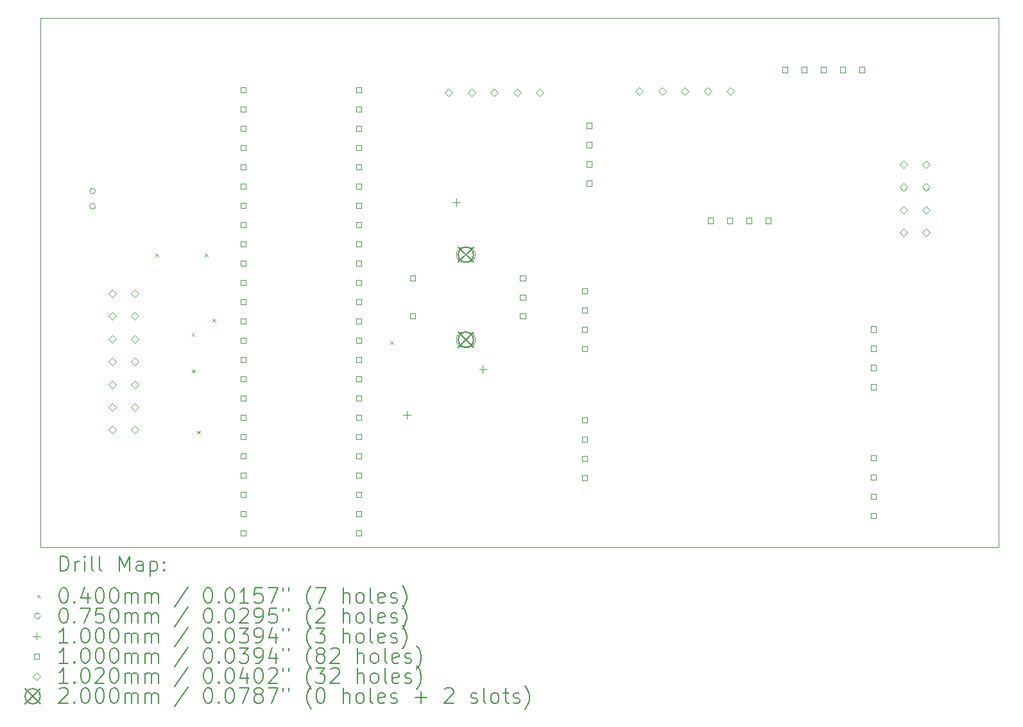
<source format=gbr>
%TF.GenerationSoftware,KiCad,Pcbnew,9.0.1*%
%TF.CreationDate,2025-06-05T12:57:15-07:00*%
%TF.ProjectId,chop_microcontroller_board,63686f70-5f6d-4696-9372-6f636f6e7472,rev?*%
%TF.SameCoordinates,Original*%
%TF.FileFunction,Drillmap*%
%TF.FilePolarity,Positive*%
%FSLAX45Y45*%
G04 Gerber Fmt 4.5, Leading zero omitted, Abs format (unit mm)*
G04 Created by KiCad (PCBNEW 9.0.1) date 2025-06-05 12:57:15*
%MOMM*%
%LPD*%
G01*
G04 APERTURE LIST*
%ADD10C,0.100000*%
%ADD11C,0.200000*%
%ADD12C,0.102000*%
G04 APERTURE END LIST*
D10*
X8765540Y-7067400D02*
X21401140Y-7067400D01*
X21401140Y-14045400D01*
X8765540Y-14045400D01*
X8765540Y-7067400D01*
D11*
D10*
X10280000Y-10180000D02*
X10320000Y-10220000D01*
X10320000Y-10180000D02*
X10280000Y-10220000D01*
X10757780Y-11222710D02*
X10797780Y-11262710D01*
X10797780Y-11222710D02*
X10757780Y-11262710D01*
X10763660Y-11706090D02*
X10803660Y-11746090D01*
X10803660Y-11706090D02*
X10763660Y-11746090D01*
X10827070Y-12510500D02*
X10867070Y-12550500D01*
X10867070Y-12510500D02*
X10827070Y-12550500D01*
X10930000Y-10180000D02*
X10970000Y-10220000D01*
X10970000Y-10180000D02*
X10930000Y-10220000D01*
X11030000Y-11030000D02*
X11070000Y-11070000D01*
X11070000Y-11030000D02*
X11030000Y-11070000D01*
X13380000Y-11330000D02*
X13420000Y-11370000D01*
X13420000Y-11330000D02*
X13380000Y-11370000D01*
X9487500Y-9350000D02*
G75*
G02*
X9412500Y-9350000I-37500J0D01*
G01*
X9412500Y-9350000D02*
G75*
G02*
X9487500Y-9350000I37500J0D01*
G01*
X9487500Y-9550000D02*
G75*
G02*
X9412500Y-9550000I-37500J0D01*
G01*
X9412500Y-9550000D02*
G75*
G02*
X9487500Y-9550000I37500J0D01*
G01*
X13600000Y-12250000D02*
X13600000Y-12350000D01*
X13550000Y-12300000D02*
X13650000Y-12300000D01*
X14250000Y-9450000D02*
X14250000Y-9550000D01*
X14200000Y-9500000D02*
X14300000Y-9500000D01*
X14600000Y-11650000D02*
X14600000Y-11750000D01*
X14550000Y-11700000D02*
X14650000Y-11700000D01*
X11473356Y-8055356D02*
X11473356Y-7984644D01*
X11402644Y-7984644D01*
X11402644Y-8055356D01*
X11473356Y-8055356D01*
X11473356Y-8309356D02*
X11473356Y-8238644D01*
X11402644Y-8238644D01*
X11402644Y-8309356D01*
X11473356Y-8309356D01*
X11473356Y-8563356D02*
X11473356Y-8492644D01*
X11402644Y-8492644D01*
X11402644Y-8563356D01*
X11473356Y-8563356D01*
X11473356Y-8817356D02*
X11473356Y-8746644D01*
X11402644Y-8746644D01*
X11402644Y-8817356D01*
X11473356Y-8817356D01*
X11473356Y-9071356D02*
X11473356Y-9000644D01*
X11402644Y-9000644D01*
X11402644Y-9071356D01*
X11473356Y-9071356D01*
X11473356Y-9325356D02*
X11473356Y-9254644D01*
X11402644Y-9254644D01*
X11402644Y-9325356D01*
X11473356Y-9325356D01*
X11473356Y-9579356D02*
X11473356Y-9508644D01*
X11402644Y-9508644D01*
X11402644Y-9579356D01*
X11473356Y-9579356D01*
X11473356Y-9833356D02*
X11473356Y-9762644D01*
X11402644Y-9762644D01*
X11402644Y-9833356D01*
X11473356Y-9833356D01*
X11473356Y-10087356D02*
X11473356Y-10016644D01*
X11402644Y-10016644D01*
X11402644Y-10087356D01*
X11473356Y-10087356D01*
X11473356Y-10341356D02*
X11473356Y-10270644D01*
X11402644Y-10270644D01*
X11402644Y-10341356D01*
X11473356Y-10341356D01*
X11473356Y-10595356D02*
X11473356Y-10524644D01*
X11402644Y-10524644D01*
X11402644Y-10595356D01*
X11473356Y-10595356D01*
X11473356Y-10849356D02*
X11473356Y-10778644D01*
X11402644Y-10778644D01*
X11402644Y-10849356D01*
X11473356Y-10849356D01*
X11473356Y-11103356D02*
X11473356Y-11032644D01*
X11402644Y-11032644D01*
X11402644Y-11103356D01*
X11473356Y-11103356D01*
X11473356Y-11357356D02*
X11473356Y-11286644D01*
X11402644Y-11286644D01*
X11402644Y-11357356D01*
X11473356Y-11357356D01*
X11473356Y-11611356D02*
X11473356Y-11540644D01*
X11402644Y-11540644D01*
X11402644Y-11611356D01*
X11473356Y-11611356D01*
X11473356Y-11865356D02*
X11473356Y-11794644D01*
X11402644Y-11794644D01*
X11402644Y-11865356D01*
X11473356Y-11865356D01*
X11473356Y-12119356D02*
X11473356Y-12048644D01*
X11402644Y-12048644D01*
X11402644Y-12119356D01*
X11473356Y-12119356D01*
X11473356Y-12373356D02*
X11473356Y-12302644D01*
X11402644Y-12302644D01*
X11402644Y-12373356D01*
X11473356Y-12373356D01*
X11473356Y-12627356D02*
X11473356Y-12556644D01*
X11402644Y-12556644D01*
X11402644Y-12627356D01*
X11473356Y-12627356D01*
X11473356Y-12881356D02*
X11473356Y-12810644D01*
X11402644Y-12810644D01*
X11402644Y-12881356D01*
X11473356Y-12881356D01*
X11473356Y-13135356D02*
X11473356Y-13064644D01*
X11402644Y-13064644D01*
X11402644Y-13135356D01*
X11473356Y-13135356D01*
X11473356Y-13389356D02*
X11473356Y-13318644D01*
X11402644Y-13318644D01*
X11402644Y-13389356D01*
X11473356Y-13389356D01*
X11473356Y-13643356D02*
X11473356Y-13572644D01*
X11402644Y-13572644D01*
X11402644Y-13643356D01*
X11473356Y-13643356D01*
X11473356Y-13897356D02*
X11473356Y-13826644D01*
X11402644Y-13826644D01*
X11402644Y-13897356D01*
X11473356Y-13897356D01*
X12997356Y-8055356D02*
X12997356Y-7984644D01*
X12926644Y-7984644D01*
X12926644Y-8055356D01*
X12997356Y-8055356D01*
X12997356Y-8309356D02*
X12997356Y-8238644D01*
X12926644Y-8238644D01*
X12926644Y-8309356D01*
X12997356Y-8309356D01*
X12997356Y-8563356D02*
X12997356Y-8492644D01*
X12926644Y-8492644D01*
X12926644Y-8563356D01*
X12997356Y-8563356D01*
X12997356Y-8817356D02*
X12997356Y-8746644D01*
X12926644Y-8746644D01*
X12926644Y-8817356D01*
X12997356Y-8817356D01*
X12997356Y-9071356D02*
X12997356Y-9000644D01*
X12926644Y-9000644D01*
X12926644Y-9071356D01*
X12997356Y-9071356D01*
X12997356Y-9325356D02*
X12997356Y-9254644D01*
X12926644Y-9254644D01*
X12926644Y-9325356D01*
X12997356Y-9325356D01*
X12997356Y-9579356D02*
X12997356Y-9508644D01*
X12926644Y-9508644D01*
X12926644Y-9579356D01*
X12997356Y-9579356D01*
X12997356Y-9833356D02*
X12997356Y-9762644D01*
X12926644Y-9762644D01*
X12926644Y-9833356D01*
X12997356Y-9833356D01*
X12997356Y-10087356D02*
X12997356Y-10016644D01*
X12926644Y-10016644D01*
X12926644Y-10087356D01*
X12997356Y-10087356D01*
X12997356Y-10341356D02*
X12997356Y-10270644D01*
X12926644Y-10270644D01*
X12926644Y-10341356D01*
X12997356Y-10341356D01*
X12997356Y-10595356D02*
X12997356Y-10524644D01*
X12926644Y-10524644D01*
X12926644Y-10595356D01*
X12997356Y-10595356D01*
X12997356Y-10849356D02*
X12997356Y-10778644D01*
X12926644Y-10778644D01*
X12926644Y-10849356D01*
X12997356Y-10849356D01*
X12997356Y-11103356D02*
X12997356Y-11032644D01*
X12926644Y-11032644D01*
X12926644Y-11103356D01*
X12997356Y-11103356D01*
X12997356Y-11357356D02*
X12997356Y-11286644D01*
X12926644Y-11286644D01*
X12926644Y-11357356D01*
X12997356Y-11357356D01*
X12997356Y-11611356D02*
X12997356Y-11540644D01*
X12926644Y-11540644D01*
X12926644Y-11611356D01*
X12997356Y-11611356D01*
X12997356Y-11865356D02*
X12997356Y-11794644D01*
X12926644Y-11794644D01*
X12926644Y-11865356D01*
X12997356Y-11865356D01*
X12997356Y-12119356D02*
X12997356Y-12048644D01*
X12926644Y-12048644D01*
X12926644Y-12119356D01*
X12997356Y-12119356D01*
X12997356Y-12373356D02*
X12997356Y-12302644D01*
X12926644Y-12302644D01*
X12926644Y-12373356D01*
X12997356Y-12373356D01*
X12997356Y-12627356D02*
X12997356Y-12556644D01*
X12926644Y-12556644D01*
X12926644Y-12627356D01*
X12997356Y-12627356D01*
X12997356Y-12881356D02*
X12997356Y-12810644D01*
X12926644Y-12810644D01*
X12926644Y-12881356D01*
X12997356Y-12881356D01*
X12997356Y-13135356D02*
X12997356Y-13064644D01*
X12926644Y-13064644D01*
X12926644Y-13135356D01*
X12997356Y-13135356D01*
X12997356Y-13389356D02*
X12997356Y-13318644D01*
X12926644Y-13318644D01*
X12926644Y-13389356D01*
X12997356Y-13389356D01*
X12997356Y-13643356D02*
X12997356Y-13572644D01*
X12926644Y-13572644D01*
X12926644Y-13643356D01*
X12997356Y-13643356D01*
X12997356Y-13897356D02*
X12997356Y-13826644D01*
X12926644Y-13826644D01*
X12926644Y-13897356D01*
X12997356Y-13897356D01*
X13710356Y-10535356D02*
X13710356Y-10464644D01*
X13639644Y-10464644D01*
X13639644Y-10535356D01*
X13710356Y-10535356D01*
X13710356Y-11035356D02*
X13710356Y-10964644D01*
X13639644Y-10964644D01*
X13639644Y-11035356D01*
X13710356Y-11035356D01*
X15160356Y-10535356D02*
X15160356Y-10464644D01*
X15089644Y-10464644D01*
X15089644Y-10535356D01*
X15160356Y-10535356D01*
X15160356Y-10785356D02*
X15160356Y-10714644D01*
X15089644Y-10714644D01*
X15089644Y-10785356D01*
X15160356Y-10785356D01*
X15160356Y-11035356D02*
X15160356Y-10964644D01*
X15089644Y-10964644D01*
X15089644Y-11035356D01*
X15160356Y-11035356D01*
X15978356Y-10702356D02*
X15978356Y-10631644D01*
X15907644Y-10631644D01*
X15907644Y-10702356D01*
X15978356Y-10702356D01*
X15978356Y-10956356D02*
X15978356Y-10885644D01*
X15907644Y-10885644D01*
X15907644Y-10956356D01*
X15978356Y-10956356D01*
X15978356Y-11210356D02*
X15978356Y-11139644D01*
X15907644Y-11139644D01*
X15907644Y-11210356D01*
X15978356Y-11210356D01*
X15978356Y-11464356D02*
X15978356Y-11393644D01*
X15907644Y-11393644D01*
X15907644Y-11464356D01*
X15978356Y-11464356D01*
X15978356Y-12402356D02*
X15978356Y-12331644D01*
X15907644Y-12331644D01*
X15907644Y-12402356D01*
X15978356Y-12402356D01*
X15978356Y-12656356D02*
X15978356Y-12585644D01*
X15907644Y-12585644D01*
X15907644Y-12656356D01*
X15978356Y-12656356D01*
X15978356Y-12910356D02*
X15978356Y-12839644D01*
X15907644Y-12839644D01*
X15907644Y-12910356D01*
X15978356Y-12910356D01*
X15978356Y-13164356D02*
X15978356Y-13093644D01*
X15907644Y-13093644D01*
X15907644Y-13164356D01*
X15978356Y-13164356D01*
X16035356Y-8523356D02*
X16035356Y-8452644D01*
X15964644Y-8452644D01*
X15964644Y-8523356D01*
X16035356Y-8523356D01*
X16035356Y-8777356D02*
X16035356Y-8706644D01*
X15964644Y-8706644D01*
X15964644Y-8777356D01*
X16035356Y-8777356D01*
X16035356Y-9031356D02*
X16035356Y-8960644D01*
X15964644Y-8960644D01*
X15964644Y-9031356D01*
X16035356Y-9031356D01*
X16035356Y-9285356D02*
X16035356Y-9214644D01*
X15964644Y-9214644D01*
X15964644Y-9285356D01*
X16035356Y-9285356D01*
X17635356Y-9775356D02*
X17635356Y-9704644D01*
X17564644Y-9704644D01*
X17564644Y-9775356D01*
X17635356Y-9775356D01*
X17889356Y-9775356D02*
X17889356Y-9704644D01*
X17818644Y-9704644D01*
X17818644Y-9775356D01*
X17889356Y-9775356D01*
X18143356Y-9775356D02*
X18143356Y-9704644D01*
X18072644Y-9704644D01*
X18072644Y-9775356D01*
X18143356Y-9775356D01*
X18397356Y-9775356D02*
X18397356Y-9704644D01*
X18326644Y-9704644D01*
X18326644Y-9775356D01*
X18397356Y-9775356D01*
X18619356Y-7785356D02*
X18619356Y-7714644D01*
X18548644Y-7714644D01*
X18548644Y-7785356D01*
X18619356Y-7785356D01*
X18873356Y-7785356D02*
X18873356Y-7714644D01*
X18802644Y-7714644D01*
X18802644Y-7785356D01*
X18873356Y-7785356D01*
X19127356Y-7785356D02*
X19127356Y-7714644D01*
X19056644Y-7714644D01*
X19056644Y-7785356D01*
X19127356Y-7785356D01*
X19381356Y-7785356D02*
X19381356Y-7714644D01*
X19310644Y-7714644D01*
X19310644Y-7785356D01*
X19381356Y-7785356D01*
X19635356Y-7785356D02*
X19635356Y-7714644D01*
X19564644Y-7714644D01*
X19564644Y-7785356D01*
X19635356Y-7785356D01*
X19788356Y-11206356D02*
X19788356Y-11135644D01*
X19717644Y-11135644D01*
X19717644Y-11206356D01*
X19788356Y-11206356D01*
X19788356Y-11460356D02*
X19788356Y-11389644D01*
X19717644Y-11389644D01*
X19717644Y-11460356D01*
X19788356Y-11460356D01*
X19788356Y-11714356D02*
X19788356Y-11643644D01*
X19717644Y-11643644D01*
X19717644Y-11714356D01*
X19788356Y-11714356D01*
X19788356Y-11968356D02*
X19788356Y-11897644D01*
X19717644Y-11897644D01*
X19717644Y-11968356D01*
X19788356Y-11968356D01*
X19788356Y-12906356D02*
X19788356Y-12835644D01*
X19717644Y-12835644D01*
X19717644Y-12906356D01*
X19788356Y-12906356D01*
X19788356Y-13160356D02*
X19788356Y-13089644D01*
X19717644Y-13089644D01*
X19717644Y-13160356D01*
X19788356Y-13160356D01*
X19788356Y-13414356D02*
X19788356Y-13343644D01*
X19717644Y-13343644D01*
X19717644Y-13414356D01*
X19788356Y-13414356D01*
X19788356Y-13668356D02*
X19788356Y-13597644D01*
X19717644Y-13597644D01*
X19717644Y-13668356D01*
X19788356Y-13668356D01*
D12*
X9708500Y-10751000D02*
X9759500Y-10700000D01*
X9708500Y-10649000D01*
X9657500Y-10700000D01*
X9708500Y-10751000D01*
X9708500Y-11051000D02*
X9759500Y-11000000D01*
X9708500Y-10949000D01*
X9657500Y-11000000D01*
X9708500Y-11051000D01*
X9708500Y-11351000D02*
X9759500Y-11300000D01*
X9708500Y-11249000D01*
X9657500Y-11300000D01*
X9708500Y-11351000D01*
X9708500Y-11651000D02*
X9759500Y-11600000D01*
X9708500Y-11549000D01*
X9657500Y-11600000D01*
X9708500Y-11651000D01*
X9708500Y-11951000D02*
X9759500Y-11900000D01*
X9708500Y-11849000D01*
X9657500Y-11900000D01*
X9708500Y-11951000D01*
X9708500Y-12251000D02*
X9759500Y-12200000D01*
X9708500Y-12149000D01*
X9657500Y-12200000D01*
X9708500Y-12251000D01*
X9708500Y-12551000D02*
X9759500Y-12500000D01*
X9708500Y-12449000D01*
X9657500Y-12500000D01*
X9708500Y-12551000D01*
X10008500Y-10751000D02*
X10059500Y-10700000D01*
X10008500Y-10649000D01*
X9957500Y-10700000D01*
X10008500Y-10751000D01*
X10008500Y-11051000D02*
X10059500Y-11000000D01*
X10008500Y-10949000D01*
X9957500Y-11000000D01*
X10008500Y-11051000D01*
X10008500Y-11351000D02*
X10059500Y-11300000D01*
X10008500Y-11249000D01*
X9957500Y-11300000D01*
X10008500Y-11351000D01*
X10008500Y-11651000D02*
X10059500Y-11600000D01*
X10008500Y-11549000D01*
X9957500Y-11600000D01*
X10008500Y-11651000D01*
X10008500Y-11951000D02*
X10059500Y-11900000D01*
X10008500Y-11849000D01*
X9957500Y-11900000D01*
X10008500Y-11951000D01*
X10008500Y-12251000D02*
X10059500Y-12200000D01*
X10008500Y-12149000D01*
X9957500Y-12200000D01*
X10008500Y-12251000D01*
X10008500Y-12551000D02*
X10059500Y-12500000D01*
X10008500Y-12449000D01*
X9957500Y-12500000D01*
X10008500Y-12551000D01*
X14150000Y-8101000D02*
X14201000Y-8050000D01*
X14150000Y-7999000D01*
X14099000Y-8050000D01*
X14150000Y-8101000D01*
X14450000Y-8101000D02*
X14501000Y-8050000D01*
X14450000Y-7999000D01*
X14399000Y-8050000D01*
X14450000Y-8101000D01*
X14750000Y-8101000D02*
X14801000Y-8050000D01*
X14750000Y-7999000D01*
X14699000Y-8050000D01*
X14750000Y-8101000D01*
X15050000Y-8101000D02*
X15101000Y-8050000D01*
X15050000Y-7999000D01*
X14999000Y-8050000D01*
X15050000Y-8101000D01*
X15350000Y-8101000D02*
X15401000Y-8050000D01*
X15350000Y-7999000D01*
X15299000Y-8050000D01*
X15350000Y-8101000D01*
X16665000Y-8083000D02*
X16716000Y-8032000D01*
X16665000Y-7981000D01*
X16614000Y-8032000D01*
X16665000Y-8083000D01*
X16965000Y-8083000D02*
X17016000Y-8032000D01*
X16965000Y-7981000D01*
X16914000Y-8032000D01*
X16965000Y-8083000D01*
X17265000Y-8083000D02*
X17316000Y-8032000D01*
X17265000Y-7981000D01*
X17214000Y-8032000D01*
X17265000Y-8083000D01*
X17565000Y-8083000D02*
X17616000Y-8032000D01*
X17565000Y-7981000D01*
X17514000Y-8032000D01*
X17565000Y-8083000D01*
X17865000Y-8083000D02*
X17916000Y-8032000D01*
X17865000Y-7981000D01*
X17814000Y-8032000D01*
X17865000Y-8083000D01*
X20150000Y-9051000D02*
X20201000Y-9000000D01*
X20150000Y-8949000D01*
X20099000Y-9000000D01*
X20150000Y-9051000D01*
X20150000Y-9351000D02*
X20201000Y-9300000D01*
X20150000Y-9249000D01*
X20099000Y-9300000D01*
X20150000Y-9351000D01*
X20150000Y-9651000D02*
X20201000Y-9600000D01*
X20150000Y-9549000D01*
X20099000Y-9600000D01*
X20150000Y-9651000D01*
X20150000Y-9951000D02*
X20201000Y-9900000D01*
X20150000Y-9849000D01*
X20099000Y-9900000D01*
X20150000Y-9951000D01*
X20450000Y-9051000D02*
X20501000Y-9000000D01*
X20450000Y-8949000D01*
X20399000Y-9000000D01*
X20450000Y-9051000D01*
X20450000Y-9351000D02*
X20501000Y-9300000D01*
X20450000Y-9249000D01*
X20399000Y-9300000D01*
X20450000Y-9351000D01*
X20450000Y-9651000D02*
X20501000Y-9600000D01*
X20450000Y-9549000D01*
X20399000Y-9600000D01*
X20450000Y-9651000D01*
X20450000Y-9951000D02*
X20501000Y-9900000D01*
X20450000Y-9849000D01*
X20399000Y-9900000D01*
X20450000Y-9951000D01*
D11*
X14275000Y-10090000D02*
X14475000Y-10290000D01*
X14475000Y-10090000D02*
X14275000Y-10290000D01*
X14475000Y-10190000D02*
G75*
G02*
X14275000Y-10190000I-100000J0D01*
G01*
X14275000Y-10190000D02*
G75*
G02*
X14475000Y-10190000I100000J0D01*
G01*
D10*
X14400000Y-10090000D02*
X14350000Y-10090000D01*
X14350000Y-10290000D02*
G75*
G02*
X14350000Y-10090000I0J100000D01*
G01*
X14350000Y-10290000D02*
X14400000Y-10290000D01*
X14400000Y-10290000D02*
G75*
G03*
X14400000Y-10090000I0J100000D01*
G01*
D11*
X14275000Y-11210000D02*
X14475000Y-11410000D01*
X14475000Y-11210000D02*
X14275000Y-11410000D01*
X14475000Y-11310000D02*
G75*
G02*
X14275000Y-11310000I-100000J0D01*
G01*
X14275000Y-11310000D02*
G75*
G02*
X14475000Y-11310000I100000J0D01*
G01*
D10*
X14400000Y-11210000D02*
X14350000Y-11210000D01*
X14350000Y-11410000D02*
G75*
G02*
X14350000Y-11210000I0J100000D01*
G01*
X14350000Y-11410000D02*
X14400000Y-11410000D01*
X14400000Y-11410000D02*
G75*
G03*
X14400000Y-11210000I0J100000D01*
G01*
D11*
X9021317Y-14361884D02*
X9021317Y-14161884D01*
X9021317Y-14161884D02*
X9068936Y-14161884D01*
X9068936Y-14161884D02*
X9097507Y-14171408D01*
X9097507Y-14171408D02*
X9116555Y-14190455D01*
X9116555Y-14190455D02*
X9126079Y-14209503D01*
X9126079Y-14209503D02*
X9135603Y-14247598D01*
X9135603Y-14247598D02*
X9135603Y-14276169D01*
X9135603Y-14276169D02*
X9126079Y-14314265D01*
X9126079Y-14314265D02*
X9116555Y-14333312D01*
X9116555Y-14333312D02*
X9097507Y-14352360D01*
X9097507Y-14352360D02*
X9068936Y-14361884D01*
X9068936Y-14361884D02*
X9021317Y-14361884D01*
X9221317Y-14361884D02*
X9221317Y-14228550D01*
X9221317Y-14266646D02*
X9230841Y-14247598D01*
X9230841Y-14247598D02*
X9240364Y-14238074D01*
X9240364Y-14238074D02*
X9259412Y-14228550D01*
X9259412Y-14228550D02*
X9278460Y-14228550D01*
X9345126Y-14361884D02*
X9345126Y-14228550D01*
X9345126Y-14161884D02*
X9335603Y-14171408D01*
X9335603Y-14171408D02*
X9345126Y-14180931D01*
X9345126Y-14180931D02*
X9354650Y-14171408D01*
X9354650Y-14171408D02*
X9345126Y-14161884D01*
X9345126Y-14161884D02*
X9345126Y-14180931D01*
X9468936Y-14361884D02*
X9449888Y-14352360D01*
X9449888Y-14352360D02*
X9440364Y-14333312D01*
X9440364Y-14333312D02*
X9440364Y-14161884D01*
X9573698Y-14361884D02*
X9554650Y-14352360D01*
X9554650Y-14352360D02*
X9545126Y-14333312D01*
X9545126Y-14333312D02*
X9545126Y-14161884D01*
X9802269Y-14361884D02*
X9802269Y-14161884D01*
X9802269Y-14161884D02*
X9868936Y-14304741D01*
X9868936Y-14304741D02*
X9935603Y-14161884D01*
X9935603Y-14161884D02*
X9935603Y-14361884D01*
X10116555Y-14361884D02*
X10116555Y-14257122D01*
X10116555Y-14257122D02*
X10107031Y-14238074D01*
X10107031Y-14238074D02*
X10087984Y-14228550D01*
X10087984Y-14228550D02*
X10049888Y-14228550D01*
X10049888Y-14228550D02*
X10030841Y-14238074D01*
X10116555Y-14352360D02*
X10097507Y-14361884D01*
X10097507Y-14361884D02*
X10049888Y-14361884D01*
X10049888Y-14361884D02*
X10030841Y-14352360D01*
X10030841Y-14352360D02*
X10021317Y-14333312D01*
X10021317Y-14333312D02*
X10021317Y-14314265D01*
X10021317Y-14314265D02*
X10030841Y-14295217D01*
X10030841Y-14295217D02*
X10049888Y-14285693D01*
X10049888Y-14285693D02*
X10097507Y-14285693D01*
X10097507Y-14285693D02*
X10116555Y-14276169D01*
X10211793Y-14228550D02*
X10211793Y-14428550D01*
X10211793Y-14238074D02*
X10230841Y-14228550D01*
X10230841Y-14228550D02*
X10268936Y-14228550D01*
X10268936Y-14228550D02*
X10287984Y-14238074D01*
X10287984Y-14238074D02*
X10297507Y-14247598D01*
X10297507Y-14247598D02*
X10307031Y-14266646D01*
X10307031Y-14266646D02*
X10307031Y-14323788D01*
X10307031Y-14323788D02*
X10297507Y-14342836D01*
X10297507Y-14342836D02*
X10287984Y-14352360D01*
X10287984Y-14352360D02*
X10268936Y-14361884D01*
X10268936Y-14361884D02*
X10230841Y-14361884D01*
X10230841Y-14361884D02*
X10211793Y-14352360D01*
X10392745Y-14342836D02*
X10402269Y-14352360D01*
X10402269Y-14352360D02*
X10392745Y-14361884D01*
X10392745Y-14361884D02*
X10383222Y-14352360D01*
X10383222Y-14352360D02*
X10392745Y-14342836D01*
X10392745Y-14342836D02*
X10392745Y-14361884D01*
X10392745Y-14238074D02*
X10402269Y-14247598D01*
X10402269Y-14247598D02*
X10392745Y-14257122D01*
X10392745Y-14257122D02*
X10383222Y-14247598D01*
X10383222Y-14247598D02*
X10392745Y-14238074D01*
X10392745Y-14238074D02*
X10392745Y-14257122D01*
D10*
X8720540Y-14670400D02*
X8760540Y-14710400D01*
X8760540Y-14670400D02*
X8720540Y-14710400D01*
D11*
X9059412Y-14581884D02*
X9078460Y-14581884D01*
X9078460Y-14581884D02*
X9097507Y-14591408D01*
X9097507Y-14591408D02*
X9107031Y-14600931D01*
X9107031Y-14600931D02*
X9116555Y-14619979D01*
X9116555Y-14619979D02*
X9126079Y-14658074D01*
X9126079Y-14658074D02*
X9126079Y-14705693D01*
X9126079Y-14705693D02*
X9116555Y-14743788D01*
X9116555Y-14743788D02*
X9107031Y-14762836D01*
X9107031Y-14762836D02*
X9097507Y-14772360D01*
X9097507Y-14772360D02*
X9078460Y-14781884D01*
X9078460Y-14781884D02*
X9059412Y-14781884D01*
X9059412Y-14781884D02*
X9040364Y-14772360D01*
X9040364Y-14772360D02*
X9030841Y-14762836D01*
X9030841Y-14762836D02*
X9021317Y-14743788D01*
X9021317Y-14743788D02*
X9011793Y-14705693D01*
X9011793Y-14705693D02*
X9011793Y-14658074D01*
X9011793Y-14658074D02*
X9021317Y-14619979D01*
X9021317Y-14619979D02*
X9030841Y-14600931D01*
X9030841Y-14600931D02*
X9040364Y-14591408D01*
X9040364Y-14591408D02*
X9059412Y-14581884D01*
X9211793Y-14762836D02*
X9221317Y-14772360D01*
X9221317Y-14772360D02*
X9211793Y-14781884D01*
X9211793Y-14781884D02*
X9202269Y-14772360D01*
X9202269Y-14772360D02*
X9211793Y-14762836D01*
X9211793Y-14762836D02*
X9211793Y-14781884D01*
X9392745Y-14648550D02*
X9392745Y-14781884D01*
X9345126Y-14572360D02*
X9297507Y-14715217D01*
X9297507Y-14715217D02*
X9421317Y-14715217D01*
X9535603Y-14581884D02*
X9554650Y-14581884D01*
X9554650Y-14581884D02*
X9573698Y-14591408D01*
X9573698Y-14591408D02*
X9583222Y-14600931D01*
X9583222Y-14600931D02*
X9592745Y-14619979D01*
X9592745Y-14619979D02*
X9602269Y-14658074D01*
X9602269Y-14658074D02*
X9602269Y-14705693D01*
X9602269Y-14705693D02*
X9592745Y-14743788D01*
X9592745Y-14743788D02*
X9583222Y-14762836D01*
X9583222Y-14762836D02*
X9573698Y-14772360D01*
X9573698Y-14772360D02*
X9554650Y-14781884D01*
X9554650Y-14781884D02*
X9535603Y-14781884D01*
X9535603Y-14781884D02*
X9516555Y-14772360D01*
X9516555Y-14772360D02*
X9507031Y-14762836D01*
X9507031Y-14762836D02*
X9497507Y-14743788D01*
X9497507Y-14743788D02*
X9487984Y-14705693D01*
X9487984Y-14705693D02*
X9487984Y-14658074D01*
X9487984Y-14658074D02*
X9497507Y-14619979D01*
X9497507Y-14619979D02*
X9507031Y-14600931D01*
X9507031Y-14600931D02*
X9516555Y-14591408D01*
X9516555Y-14591408D02*
X9535603Y-14581884D01*
X9726079Y-14581884D02*
X9745126Y-14581884D01*
X9745126Y-14581884D02*
X9764174Y-14591408D01*
X9764174Y-14591408D02*
X9773698Y-14600931D01*
X9773698Y-14600931D02*
X9783222Y-14619979D01*
X9783222Y-14619979D02*
X9792745Y-14658074D01*
X9792745Y-14658074D02*
X9792745Y-14705693D01*
X9792745Y-14705693D02*
X9783222Y-14743788D01*
X9783222Y-14743788D02*
X9773698Y-14762836D01*
X9773698Y-14762836D02*
X9764174Y-14772360D01*
X9764174Y-14772360D02*
X9745126Y-14781884D01*
X9745126Y-14781884D02*
X9726079Y-14781884D01*
X9726079Y-14781884D02*
X9707031Y-14772360D01*
X9707031Y-14772360D02*
X9697507Y-14762836D01*
X9697507Y-14762836D02*
X9687984Y-14743788D01*
X9687984Y-14743788D02*
X9678460Y-14705693D01*
X9678460Y-14705693D02*
X9678460Y-14658074D01*
X9678460Y-14658074D02*
X9687984Y-14619979D01*
X9687984Y-14619979D02*
X9697507Y-14600931D01*
X9697507Y-14600931D02*
X9707031Y-14591408D01*
X9707031Y-14591408D02*
X9726079Y-14581884D01*
X9878460Y-14781884D02*
X9878460Y-14648550D01*
X9878460Y-14667598D02*
X9887984Y-14658074D01*
X9887984Y-14658074D02*
X9907031Y-14648550D01*
X9907031Y-14648550D02*
X9935603Y-14648550D01*
X9935603Y-14648550D02*
X9954650Y-14658074D01*
X9954650Y-14658074D02*
X9964174Y-14677122D01*
X9964174Y-14677122D02*
X9964174Y-14781884D01*
X9964174Y-14677122D02*
X9973698Y-14658074D01*
X9973698Y-14658074D02*
X9992745Y-14648550D01*
X9992745Y-14648550D02*
X10021317Y-14648550D01*
X10021317Y-14648550D02*
X10040365Y-14658074D01*
X10040365Y-14658074D02*
X10049888Y-14677122D01*
X10049888Y-14677122D02*
X10049888Y-14781884D01*
X10145126Y-14781884D02*
X10145126Y-14648550D01*
X10145126Y-14667598D02*
X10154650Y-14658074D01*
X10154650Y-14658074D02*
X10173698Y-14648550D01*
X10173698Y-14648550D02*
X10202269Y-14648550D01*
X10202269Y-14648550D02*
X10221317Y-14658074D01*
X10221317Y-14658074D02*
X10230841Y-14677122D01*
X10230841Y-14677122D02*
X10230841Y-14781884D01*
X10230841Y-14677122D02*
X10240365Y-14658074D01*
X10240365Y-14658074D02*
X10259412Y-14648550D01*
X10259412Y-14648550D02*
X10287984Y-14648550D01*
X10287984Y-14648550D02*
X10307031Y-14658074D01*
X10307031Y-14658074D02*
X10316555Y-14677122D01*
X10316555Y-14677122D02*
X10316555Y-14781884D01*
X10707031Y-14572360D02*
X10535603Y-14829503D01*
X10964174Y-14581884D02*
X10983222Y-14581884D01*
X10983222Y-14581884D02*
X11002269Y-14591408D01*
X11002269Y-14591408D02*
X11011793Y-14600931D01*
X11011793Y-14600931D02*
X11021317Y-14619979D01*
X11021317Y-14619979D02*
X11030841Y-14658074D01*
X11030841Y-14658074D02*
X11030841Y-14705693D01*
X11030841Y-14705693D02*
X11021317Y-14743788D01*
X11021317Y-14743788D02*
X11011793Y-14762836D01*
X11011793Y-14762836D02*
X11002269Y-14772360D01*
X11002269Y-14772360D02*
X10983222Y-14781884D01*
X10983222Y-14781884D02*
X10964174Y-14781884D01*
X10964174Y-14781884D02*
X10945127Y-14772360D01*
X10945127Y-14772360D02*
X10935603Y-14762836D01*
X10935603Y-14762836D02*
X10926079Y-14743788D01*
X10926079Y-14743788D02*
X10916555Y-14705693D01*
X10916555Y-14705693D02*
X10916555Y-14658074D01*
X10916555Y-14658074D02*
X10926079Y-14619979D01*
X10926079Y-14619979D02*
X10935603Y-14600931D01*
X10935603Y-14600931D02*
X10945127Y-14591408D01*
X10945127Y-14591408D02*
X10964174Y-14581884D01*
X11116555Y-14762836D02*
X11126079Y-14772360D01*
X11126079Y-14772360D02*
X11116555Y-14781884D01*
X11116555Y-14781884D02*
X11107031Y-14772360D01*
X11107031Y-14772360D02*
X11116555Y-14762836D01*
X11116555Y-14762836D02*
X11116555Y-14781884D01*
X11249888Y-14581884D02*
X11268936Y-14581884D01*
X11268936Y-14581884D02*
X11287984Y-14591408D01*
X11287984Y-14591408D02*
X11297507Y-14600931D01*
X11297507Y-14600931D02*
X11307031Y-14619979D01*
X11307031Y-14619979D02*
X11316555Y-14658074D01*
X11316555Y-14658074D02*
X11316555Y-14705693D01*
X11316555Y-14705693D02*
X11307031Y-14743788D01*
X11307031Y-14743788D02*
X11297507Y-14762836D01*
X11297507Y-14762836D02*
X11287984Y-14772360D01*
X11287984Y-14772360D02*
X11268936Y-14781884D01*
X11268936Y-14781884D02*
X11249888Y-14781884D01*
X11249888Y-14781884D02*
X11230841Y-14772360D01*
X11230841Y-14772360D02*
X11221317Y-14762836D01*
X11221317Y-14762836D02*
X11211793Y-14743788D01*
X11211793Y-14743788D02*
X11202269Y-14705693D01*
X11202269Y-14705693D02*
X11202269Y-14658074D01*
X11202269Y-14658074D02*
X11211793Y-14619979D01*
X11211793Y-14619979D02*
X11221317Y-14600931D01*
X11221317Y-14600931D02*
X11230841Y-14591408D01*
X11230841Y-14591408D02*
X11249888Y-14581884D01*
X11507031Y-14781884D02*
X11392746Y-14781884D01*
X11449888Y-14781884D02*
X11449888Y-14581884D01*
X11449888Y-14581884D02*
X11430841Y-14610455D01*
X11430841Y-14610455D02*
X11411793Y-14629503D01*
X11411793Y-14629503D02*
X11392746Y-14639027D01*
X11687984Y-14581884D02*
X11592746Y-14581884D01*
X11592746Y-14581884D02*
X11583222Y-14677122D01*
X11583222Y-14677122D02*
X11592746Y-14667598D01*
X11592746Y-14667598D02*
X11611793Y-14658074D01*
X11611793Y-14658074D02*
X11659412Y-14658074D01*
X11659412Y-14658074D02*
X11678460Y-14667598D01*
X11678460Y-14667598D02*
X11687984Y-14677122D01*
X11687984Y-14677122D02*
X11697507Y-14696169D01*
X11697507Y-14696169D02*
X11697507Y-14743788D01*
X11697507Y-14743788D02*
X11687984Y-14762836D01*
X11687984Y-14762836D02*
X11678460Y-14772360D01*
X11678460Y-14772360D02*
X11659412Y-14781884D01*
X11659412Y-14781884D02*
X11611793Y-14781884D01*
X11611793Y-14781884D02*
X11592746Y-14772360D01*
X11592746Y-14772360D02*
X11583222Y-14762836D01*
X11764174Y-14581884D02*
X11897507Y-14581884D01*
X11897507Y-14581884D02*
X11811793Y-14781884D01*
X11964174Y-14581884D02*
X11964174Y-14619979D01*
X12040365Y-14581884D02*
X12040365Y-14619979D01*
X12335603Y-14858074D02*
X12326079Y-14848550D01*
X12326079Y-14848550D02*
X12307031Y-14819979D01*
X12307031Y-14819979D02*
X12297508Y-14800931D01*
X12297508Y-14800931D02*
X12287984Y-14772360D01*
X12287984Y-14772360D02*
X12278460Y-14724741D01*
X12278460Y-14724741D02*
X12278460Y-14686646D01*
X12278460Y-14686646D02*
X12287984Y-14639027D01*
X12287984Y-14639027D02*
X12297508Y-14610455D01*
X12297508Y-14610455D02*
X12307031Y-14591408D01*
X12307031Y-14591408D02*
X12326079Y-14562836D01*
X12326079Y-14562836D02*
X12335603Y-14553312D01*
X12392746Y-14581884D02*
X12526079Y-14581884D01*
X12526079Y-14581884D02*
X12440365Y-14781884D01*
X12754650Y-14781884D02*
X12754650Y-14581884D01*
X12840365Y-14781884D02*
X12840365Y-14677122D01*
X12840365Y-14677122D02*
X12830841Y-14658074D01*
X12830841Y-14658074D02*
X12811793Y-14648550D01*
X12811793Y-14648550D02*
X12783222Y-14648550D01*
X12783222Y-14648550D02*
X12764174Y-14658074D01*
X12764174Y-14658074D02*
X12754650Y-14667598D01*
X12964174Y-14781884D02*
X12945127Y-14772360D01*
X12945127Y-14772360D02*
X12935603Y-14762836D01*
X12935603Y-14762836D02*
X12926079Y-14743788D01*
X12926079Y-14743788D02*
X12926079Y-14686646D01*
X12926079Y-14686646D02*
X12935603Y-14667598D01*
X12935603Y-14667598D02*
X12945127Y-14658074D01*
X12945127Y-14658074D02*
X12964174Y-14648550D01*
X12964174Y-14648550D02*
X12992746Y-14648550D01*
X12992746Y-14648550D02*
X13011793Y-14658074D01*
X13011793Y-14658074D02*
X13021317Y-14667598D01*
X13021317Y-14667598D02*
X13030841Y-14686646D01*
X13030841Y-14686646D02*
X13030841Y-14743788D01*
X13030841Y-14743788D02*
X13021317Y-14762836D01*
X13021317Y-14762836D02*
X13011793Y-14772360D01*
X13011793Y-14772360D02*
X12992746Y-14781884D01*
X12992746Y-14781884D02*
X12964174Y-14781884D01*
X13145127Y-14781884D02*
X13126079Y-14772360D01*
X13126079Y-14772360D02*
X13116555Y-14753312D01*
X13116555Y-14753312D02*
X13116555Y-14581884D01*
X13297508Y-14772360D02*
X13278460Y-14781884D01*
X13278460Y-14781884D02*
X13240365Y-14781884D01*
X13240365Y-14781884D02*
X13221317Y-14772360D01*
X13221317Y-14772360D02*
X13211793Y-14753312D01*
X13211793Y-14753312D02*
X13211793Y-14677122D01*
X13211793Y-14677122D02*
X13221317Y-14658074D01*
X13221317Y-14658074D02*
X13240365Y-14648550D01*
X13240365Y-14648550D02*
X13278460Y-14648550D01*
X13278460Y-14648550D02*
X13297508Y-14658074D01*
X13297508Y-14658074D02*
X13307031Y-14677122D01*
X13307031Y-14677122D02*
X13307031Y-14696169D01*
X13307031Y-14696169D02*
X13211793Y-14715217D01*
X13383222Y-14772360D02*
X13402270Y-14781884D01*
X13402270Y-14781884D02*
X13440365Y-14781884D01*
X13440365Y-14781884D02*
X13459412Y-14772360D01*
X13459412Y-14772360D02*
X13468936Y-14753312D01*
X13468936Y-14753312D02*
X13468936Y-14743788D01*
X13468936Y-14743788D02*
X13459412Y-14724741D01*
X13459412Y-14724741D02*
X13440365Y-14715217D01*
X13440365Y-14715217D02*
X13411793Y-14715217D01*
X13411793Y-14715217D02*
X13392746Y-14705693D01*
X13392746Y-14705693D02*
X13383222Y-14686646D01*
X13383222Y-14686646D02*
X13383222Y-14677122D01*
X13383222Y-14677122D02*
X13392746Y-14658074D01*
X13392746Y-14658074D02*
X13411793Y-14648550D01*
X13411793Y-14648550D02*
X13440365Y-14648550D01*
X13440365Y-14648550D02*
X13459412Y-14658074D01*
X13535603Y-14858074D02*
X13545127Y-14848550D01*
X13545127Y-14848550D02*
X13564174Y-14819979D01*
X13564174Y-14819979D02*
X13573698Y-14800931D01*
X13573698Y-14800931D02*
X13583222Y-14772360D01*
X13583222Y-14772360D02*
X13592746Y-14724741D01*
X13592746Y-14724741D02*
X13592746Y-14686646D01*
X13592746Y-14686646D02*
X13583222Y-14639027D01*
X13583222Y-14639027D02*
X13573698Y-14610455D01*
X13573698Y-14610455D02*
X13564174Y-14591408D01*
X13564174Y-14591408D02*
X13545127Y-14562836D01*
X13545127Y-14562836D02*
X13535603Y-14553312D01*
D10*
X8760540Y-14954400D02*
G75*
G02*
X8685540Y-14954400I-37500J0D01*
G01*
X8685540Y-14954400D02*
G75*
G02*
X8760540Y-14954400I37500J0D01*
G01*
D11*
X9059412Y-14845884D02*
X9078460Y-14845884D01*
X9078460Y-14845884D02*
X9097507Y-14855408D01*
X9097507Y-14855408D02*
X9107031Y-14864931D01*
X9107031Y-14864931D02*
X9116555Y-14883979D01*
X9116555Y-14883979D02*
X9126079Y-14922074D01*
X9126079Y-14922074D02*
X9126079Y-14969693D01*
X9126079Y-14969693D02*
X9116555Y-15007788D01*
X9116555Y-15007788D02*
X9107031Y-15026836D01*
X9107031Y-15026836D02*
X9097507Y-15036360D01*
X9097507Y-15036360D02*
X9078460Y-15045884D01*
X9078460Y-15045884D02*
X9059412Y-15045884D01*
X9059412Y-15045884D02*
X9040364Y-15036360D01*
X9040364Y-15036360D02*
X9030841Y-15026836D01*
X9030841Y-15026836D02*
X9021317Y-15007788D01*
X9021317Y-15007788D02*
X9011793Y-14969693D01*
X9011793Y-14969693D02*
X9011793Y-14922074D01*
X9011793Y-14922074D02*
X9021317Y-14883979D01*
X9021317Y-14883979D02*
X9030841Y-14864931D01*
X9030841Y-14864931D02*
X9040364Y-14855408D01*
X9040364Y-14855408D02*
X9059412Y-14845884D01*
X9211793Y-15026836D02*
X9221317Y-15036360D01*
X9221317Y-15036360D02*
X9211793Y-15045884D01*
X9211793Y-15045884D02*
X9202269Y-15036360D01*
X9202269Y-15036360D02*
X9211793Y-15026836D01*
X9211793Y-15026836D02*
X9211793Y-15045884D01*
X9287984Y-14845884D02*
X9421317Y-14845884D01*
X9421317Y-14845884D02*
X9335603Y-15045884D01*
X9592745Y-14845884D02*
X9497507Y-14845884D01*
X9497507Y-14845884D02*
X9487984Y-14941122D01*
X9487984Y-14941122D02*
X9497507Y-14931598D01*
X9497507Y-14931598D02*
X9516555Y-14922074D01*
X9516555Y-14922074D02*
X9564174Y-14922074D01*
X9564174Y-14922074D02*
X9583222Y-14931598D01*
X9583222Y-14931598D02*
X9592745Y-14941122D01*
X9592745Y-14941122D02*
X9602269Y-14960169D01*
X9602269Y-14960169D02*
X9602269Y-15007788D01*
X9602269Y-15007788D02*
X9592745Y-15026836D01*
X9592745Y-15026836D02*
X9583222Y-15036360D01*
X9583222Y-15036360D02*
X9564174Y-15045884D01*
X9564174Y-15045884D02*
X9516555Y-15045884D01*
X9516555Y-15045884D02*
X9497507Y-15036360D01*
X9497507Y-15036360D02*
X9487984Y-15026836D01*
X9726079Y-14845884D02*
X9745126Y-14845884D01*
X9745126Y-14845884D02*
X9764174Y-14855408D01*
X9764174Y-14855408D02*
X9773698Y-14864931D01*
X9773698Y-14864931D02*
X9783222Y-14883979D01*
X9783222Y-14883979D02*
X9792745Y-14922074D01*
X9792745Y-14922074D02*
X9792745Y-14969693D01*
X9792745Y-14969693D02*
X9783222Y-15007788D01*
X9783222Y-15007788D02*
X9773698Y-15026836D01*
X9773698Y-15026836D02*
X9764174Y-15036360D01*
X9764174Y-15036360D02*
X9745126Y-15045884D01*
X9745126Y-15045884D02*
X9726079Y-15045884D01*
X9726079Y-15045884D02*
X9707031Y-15036360D01*
X9707031Y-15036360D02*
X9697507Y-15026836D01*
X9697507Y-15026836D02*
X9687984Y-15007788D01*
X9687984Y-15007788D02*
X9678460Y-14969693D01*
X9678460Y-14969693D02*
X9678460Y-14922074D01*
X9678460Y-14922074D02*
X9687984Y-14883979D01*
X9687984Y-14883979D02*
X9697507Y-14864931D01*
X9697507Y-14864931D02*
X9707031Y-14855408D01*
X9707031Y-14855408D02*
X9726079Y-14845884D01*
X9878460Y-15045884D02*
X9878460Y-14912550D01*
X9878460Y-14931598D02*
X9887984Y-14922074D01*
X9887984Y-14922074D02*
X9907031Y-14912550D01*
X9907031Y-14912550D02*
X9935603Y-14912550D01*
X9935603Y-14912550D02*
X9954650Y-14922074D01*
X9954650Y-14922074D02*
X9964174Y-14941122D01*
X9964174Y-14941122D02*
X9964174Y-15045884D01*
X9964174Y-14941122D02*
X9973698Y-14922074D01*
X9973698Y-14922074D02*
X9992745Y-14912550D01*
X9992745Y-14912550D02*
X10021317Y-14912550D01*
X10021317Y-14912550D02*
X10040365Y-14922074D01*
X10040365Y-14922074D02*
X10049888Y-14941122D01*
X10049888Y-14941122D02*
X10049888Y-15045884D01*
X10145126Y-15045884D02*
X10145126Y-14912550D01*
X10145126Y-14931598D02*
X10154650Y-14922074D01*
X10154650Y-14922074D02*
X10173698Y-14912550D01*
X10173698Y-14912550D02*
X10202269Y-14912550D01*
X10202269Y-14912550D02*
X10221317Y-14922074D01*
X10221317Y-14922074D02*
X10230841Y-14941122D01*
X10230841Y-14941122D02*
X10230841Y-15045884D01*
X10230841Y-14941122D02*
X10240365Y-14922074D01*
X10240365Y-14922074D02*
X10259412Y-14912550D01*
X10259412Y-14912550D02*
X10287984Y-14912550D01*
X10287984Y-14912550D02*
X10307031Y-14922074D01*
X10307031Y-14922074D02*
X10316555Y-14941122D01*
X10316555Y-14941122D02*
X10316555Y-15045884D01*
X10707031Y-14836360D02*
X10535603Y-15093503D01*
X10964174Y-14845884D02*
X10983222Y-14845884D01*
X10983222Y-14845884D02*
X11002269Y-14855408D01*
X11002269Y-14855408D02*
X11011793Y-14864931D01*
X11011793Y-14864931D02*
X11021317Y-14883979D01*
X11021317Y-14883979D02*
X11030841Y-14922074D01*
X11030841Y-14922074D02*
X11030841Y-14969693D01*
X11030841Y-14969693D02*
X11021317Y-15007788D01*
X11021317Y-15007788D02*
X11011793Y-15026836D01*
X11011793Y-15026836D02*
X11002269Y-15036360D01*
X11002269Y-15036360D02*
X10983222Y-15045884D01*
X10983222Y-15045884D02*
X10964174Y-15045884D01*
X10964174Y-15045884D02*
X10945127Y-15036360D01*
X10945127Y-15036360D02*
X10935603Y-15026836D01*
X10935603Y-15026836D02*
X10926079Y-15007788D01*
X10926079Y-15007788D02*
X10916555Y-14969693D01*
X10916555Y-14969693D02*
X10916555Y-14922074D01*
X10916555Y-14922074D02*
X10926079Y-14883979D01*
X10926079Y-14883979D02*
X10935603Y-14864931D01*
X10935603Y-14864931D02*
X10945127Y-14855408D01*
X10945127Y-14855408D02*
X10964174Y-14845884D01*
X11116555Y-15026836D02*
X11126079Y-15036360D01*
X11126079Y-15036360D02*
X11116555Y-15045884D01*
X11116555Y-15045884D02*
X11107031Y-15036360D01*
X11107031Y-15036360D02*
X11116555Y-15026836D01*
X11116555Y-15026836D02*
X11116555Y-15045884D01*
X11249888Y-14845884D02*
X11268936Y-14845884D01*
X11268936Y-14845884D02*
X11287984Y-14855408D01*
X11287984Y-14855408D02*
X11297507Y-14864931D01*
X11297507Y-14864931D02*
X11307031Y-14883979D01*
X11307031Y-14883979D02*
X11316555Y-14922074D01*
X11316555Y-14922074D02*
X11316555Y-14969693D01*
X11316555Y-14969693D02*
X11307031Y-15007788D01*
X11307031Y-15007788D02*
X11297507Y-15026836D01*
X11297507Y-15026836D02*
X11287984Y-15036360D01*
X11287984Y-15036360D02*
X11268936Y-15045884D01*
X11268936Y-15045884D02*
X11249888Y-15045884D01*
X11249888Y-15045884D02*
X11230841Y-15036360D01*
X11230841Y-15036360D02*
X11221317Y-15026836D01*
X11221317Y-15026836D02*
X11211793Y-15007788D01*
X11211793Y-15007788D02*
X11202269Y-14969693D01*
X11202269Y-14969693D02*
X11202269Y-14922074D01*
X11202269Y-14922074D02*
X11211793Y-14883979D01*
X11211793Y-14883979D02*
X11221317Y-14864931D01*
X11221317Y-14864931D02*
X11230841Y-14855408D01*
X11230841Y-14855408D02*
X11249888Y-14845884D01*
X11392746Y-14864931D02*
X11402269Y-14855408D01*
X11402269Y-14855408D02*
X11421317Y-14845884D01*
X11421317Y-14845884D02*
X11468936Y-14845884D01*
X11468936Y-14845884D02*
X11487984Y-14855408D01*
X11487984Y-14855408D02*
X11497507Y-14864931D01*
X11497507Y-14864931D02*
X11507031Y-14883979D01*
X11507031Y-14883979D02*
X11507031Y-14903027D01*
X11507031Y-14903027D02*
X11497507Y-14931598D01*
X11497507Y-14931598D02*
X11383222Y-15045884D01*
X11383222Y-15045884D02*
X11507031Y-15045884D01*
X11602269Y-15045884D02*
X11640365Y-15045884D01*
X11640365Y-15045884D02*
X11659412Y-15036360D01*
X11659412Y-15036360D02*
X11668936Y-15026836D01*
X11668936Y-15026836D02*
X11687984Y-14998265D01*
X11687984Y-14998265D02*
X11697507Y-14960169D01*
X11697507Y-14960169D02*
X11697507Y-14883979D01*
X11697507Y-14883979D02*
X11687984Y-14864931D01*
X11687984Y-14864931D02*
X11678460Y-14855408D01*
X11678460Y-14855408D02*
X11659412Y-14845884D01*
X11659412Y-14845884D02*
X11621317Y-14845884D01*
X11621317Y-14845884D02*
X11602269Y-14855408D01*
X11602269Y-14855408D02*
X11592746Y-14864931D01*
X11592746Y-14864931D02*
X11583222Y-14883979D01*
X11583222Y-14883979D02*
X11583222Y-14931598D01*
X11583222Y-14931598D02*
X11592746Y-14950646D01*
X11592746Y-14950646D02*
X11602269Y-14960169D01*
X11602269Y-14960169D02*
X11621317Y-14969693D01*
X11621317Y-14969693D02*
X11659412Y-14969693D01*
X11659412Y-14969693D02*
X11678460Y-14960169D01*
X11678460Y-14960169D02*
X11687984Y-14950646D01*
X11687984Y-14950646D02*
X11697507Y-14931598D01*
X11878460Y-14845884D02*
X11783222Y-14845884D01*
X11783222Y-14845884D02*
X11773698Y-14941122D01*
X11773698Y-14941122D02*
X11783222Y-14931598D01*
X11783222Y-14931598D02*
X11802269Y-14922074D01*
X11802269Y-14922074D02*
X11849888Y-14922074D01*
X11849888Y-14922074D02*
X11868936Y-14931598D01*
X11868936Y-14931598D02*
X11878460Y-14941122D01*
X11878460Y-14941122D02*
X11887984Y-14960169D01*
X11887984Y-14960169D02*
X11887984Y-15007788D01*
X11887984Y-15007788D02*
X11878460Y-15026836D01*
X11878460Y-15026836D02*
X11868936Y-15036360D01*
X11868936Y-15036360D02*
X11849888Y-15045884D01*
X11849888Y-15045884D02*
X11802269Y-15045884D01*
X11802269Y-15045884D02*
X11783222Y-15036360D01*
X11783222Y-15036360D02*
X11773698Y-15026836D01*
X11964174Y-14845884D02*
X11964174Y-14883979D01*
X12040365Y-14845884D02*
X12040365Y-14883979D01*
X12335603Y-15122074D02*
X12326079Y-15112550D01*
X12326079Y-15112550D02*
X12307031Y-15083979D01*
X12307031Y-15083979D02*
X12297508Y-15064931D01*
X12297508Y-15064931D02*
X12287984Y-15036360D01*
X12287984Y-15036360D02*
X12278460Y-14988741D01*
X12278460Y-14988741D02*
X12278460Y-14950646D01*
X12278460Y-14950646D02*
X12287984Y-14903027D01*
X12287984Y-14903027D02*
X12297508Y-14874455D01*
X12297508Y-14874455D02*
X12307031Y-14855408D01*
X12307031Y-14855408D02*
X12326079Y-14826836D01*
X12326079Y-14826836D02*
X12335603Y-14817312D01*
X12402269Y-14864931D02*
X12411793Y-14855408D01*
X12411793Y-14855408D02*
X12430841Y-14845884D01*
X12430841Y-14845884D02*
X12478460Y-14845884D01*
X12478460Y-14845884D02*
X12497508Y-14855408D01*
X12497508Y-14855408D02*
X12507031Y-14864931D01*
X12507031Y-14864931D02*
X12516555Y-14883979D01*
X12516555Y-14883979D02*
X12516555Y-14903027D01*
X12516555Y-14903027D02*
X12507031Y-14931598D01*
X12507031Y-14931598D02*
X12392746Y-15045884D01*
X12392746Y-15045884D02*
X12516555Y-15045884D01*
X12754650Y-15045884D02*
X12754650Y-14845884D01*
X12840365Y-15045884D02*
X12840365Y-14941122D01*
X12840365Y-14941122D02*
X12830841Y-14922074D01*
X12830841Y-14922074D02*
X12811793Y-14912550D01*
X12811793Y-14912550D02*
X12783222Y-14912550D01*
X12783222Y-14912550D02*
X12764174Y-14922074D01*
X12764174Y-14922074D02*
X12754650Y-14931598D01*
X12964174Y-15045884D02*
X12945127Y-15036360D01*
X12945127Y-15036360D02*
X12935603Y-15026836D01*
X12935603Y-15026836D02*
X12926079Y-15007788D01*
X12926079Y-15007788D02*
X12926079Y-14950646D01*
X12926079Y-14950646D02*
X12935603Y-14931598D01*
X12935603Y-14931598D02*
X12945127Y-14922074D01*
X12945127Y-14922074D02*
X12964174Y-14912550D01*
X12964174Y-14912550D02*
X12992746Y-14912550D01*
X12992746Y-14912550D02*
X13011793Y-14922074D01*
X13011793Y-14922074D02*
X13021317Y-14931598D01*
X13021317Y-14931598D02*
X13030841Y-14950646D01*
X13030841Y-14950646D02*
X13030841Y-15007788D01*
X13030841Y-15007788D02*
X13021317Y-15026836D01*
X13021317Y-15026836D02*
X13011793Y-15036360D01*
X13011793Y-15036360D02*
X12992746Y-15045884D01*
X12992746Y-15045884D02*
X12964174Y-15045884D01*
X13145127Y-15045884D02*
X13126079Y-15036360D01*
X13126079Y-15036360D02*
X13116555Y-15017312D01*
X13116555Y-15017312D02*
X13116555Y-14845884D01*
X13297508Y-15036360D02*
X13278460Y-15045884D01*
X13278460Y-15045884D02*
X13240365Y-15045884D01*
X13240365Y-15045884D02*
X13221317Y-15036360D01*
X13221317Y-15036360D02*
X13211793Y-15017312D01*
X13211793Y-15017312D02*
X13211793Y-14941122D01*
X13211793Y-14941122D02*
X13221317Y-14922074D01*
X13221317Y-14922074D02*
X13240365Y-14912550D01*
X13240365Y-14912550D02*
X13278460Y-14912550D01*
X13278460Y-14912550D02*
X13297508Y-14922074D01*
X13297508Y-14922074D02*
X13307031Y-14941122D01*
X13307031Y-14941122D02*
X13307031Y-14960169D01*
X13307031Y-14960169D02*
X13211793Y-14979217D01*
X13383222Y-15036360D02*
X13402270Y-15045884D01*
X13402270Y-15045884D02*
X13440365Y-15045884D01*
X13440365Y-15045884D02*
X13459412Y-15036360D01*
X13459412Y-15036360D02*
X13468936Y-15017312D01*
X13468936Y-15017312D02*
X13468936Y-15007788D01*
X13468936Y-15007788D02*
X13459412Y-14988741D01*
X13459412Y-14988741D02*
X13440365Y-14979217D01*
X13440365Y-14979217D02*
X13411793Y-14979217D01*
X13411793Y-14979217D02*
X13392746Y-14969693D01*
X13392746Y-14969693D02*
X13383222Y-14950646D01*
X13383222Y-14950646D02*
X13383222Y-14941122D01*
X13383222Y-14941122D02*
X13392746Y-14922074D01*
X13392746Y-14922074D02*
X13411793Y-14912550D01*
X13411793Y-14912550D02*
X13440365Y-14912550D01*
X13440365Y-14912550D02*
X13459412Y-14922074D01*
X13535603Y-15122074D02*
X13545127Y-15112550D01*
X13545127Y-15112550D02*
X13564174Y-15083979D01*
X13564174Y-15083979D02*
X13573698Y-15064931D01*
X13573698Y-15064931D02*
X13583222Y-15036360D01*
X13583222Y-15036360D02*
X13592746Y-14988741D01*
X13592746Y-14988741D02*
X13592746Y-14950646D01*
X13592746Y-14950646D02*
X13583222Y-14903027D01*
X13583222Y-14903027D02*
X13573698Y-14874455D01*
X13573698Y-14874455D02*
X13564174Y-14855408D01*
X13564174Y-14855408D02*
X13545127Y-14826836D01*
X13545127Y-14826836D02*
X13535603Y-14817312D01*
D10*
X8710540Y-15168400D02*
X8710540Y-15268400D01*
X8660540Y-15218400D02*
X8760540Y-15218400D01*
D11*
X9126079Y-15309884D02*
X9011793Y-15309884D01*
X9068936Y-15309884D02*
X9068936Y-15109884D01*
X9068936Y-15109884D02*
X9049888Y-15138455D01*
X9049888Y-15138455D02*
X9030841Y-15157503D01*
X9030841Y-15157503D02*
X9011793Y-15167027D01*
X9211793Y-15290836D02*
X9221317Y-15300360D01*
X9221317Y-15300360D02*
X9211793Y-15309884D01*
X9211793Y-15309884D02*
X9202269Y-15300360D01*
X9202269Y-15300360D02*
X9211793Y-15290836D01*
X9211793Y-15290836D02*
X9211793Y-15309884D01*
X9345126Y-15109884D02*
X9364174Y-15109884D01*
X9364174Y-15109884D02*
X9383222Y-15119408D01*
X9383222Y-15119408D02*
X9392745Y-15128931D01*
X9392745Y-15128931D02*
X9402269Y-15147979D01*
X9402269Y-15147979D02*
X9411793Y-15186074D01*
X9411793Y-15186074D02*
X9411793Y-15233693D01*
X9411793Y-15233693D02*
X9402269Y-15271788D01*
X9402269Y-15271788D02*
X9392745Y-15290836D01*
X9392745Y-15290836D02*
X9383222Y-15300360D01*
X9383222Y-15300360D02*
X9364174Y-15309884D01*
X9364174Y-15309884D02*
X9345126Y-15309884D01*
X9345126Y-15309884D02*
X9326079Y-15300360D01*
X9326079Y-15300360D02*
X9316555Y-15290836D01*
X9316555Y-15290836D02*
X9307031Y-15271788D01*
X9307031Y-15271788D02*
X9297507Y-15233693D01*
X9297507Y-15233693D02*
X9297507Y-15186074D01*
X9297507Y-15186074D02*
X9307031Y-15147979D01*
X9307031Y-15147979D02*
X9316555Y-15128931D01*
X9316555Y-15128931D02*
X9326079Y-15119408D01*
X9326079Y-15119408D02*
X9345126Y-15109884D01*
X9535603Y-15109884D02*
X9554650Y-15109884D01*
X9554650Y-15109884D02*
X9573698Y-15119408D01*
X9573698Y-15119408D02*
X9583222Y-15128931D01*
X9583222Y-15128931D02*
X9592745Y-15147979D01*
X9592745Y-15147979D02*
X9602269Y-15186074D01*
X9602269Y-15186074D02*
X9602269Y-15233693D01*
X9602269Y-15233693D02*
X9592745Y-15271788D01*
X9592745Y-15271788D02*
X9583222Y-15290836D01*
X9583222Y-15290836D02*
X9573698Y-15300360D01*
X9573698Y-15300360D02*
X9554650Y-15309884D01*
X9554650Y-15309884D02*
X9535603Y-15309884D01*
X9535603Y-15309884D02*
X9516555Y-15300360D01*
X9516555Y-15300360D02*
X9507031Y-15290836D01*
X9507031Y-15290836D02*
X9497507Y-15271788D01*
X9497507Y-15271788D02*
X9487984Y-15233693D01*
X9487984Y-15233693D02*
X9487984Y-15186074D01*
X9487984Y-15186074D02*
X9497507Y-15147979D01*
X9497507Y-15147979D02*
X9507031Y-15128931D01*
X9507031Y-15128931D02*
X9516555Y-15119408D01*
X9516555Y-15119408D02*
X9535603Y-15109884D01*
X9726079Y-15109884D02*
X9745126Y-15109884D01*
X9745126Y-15109884D02*
X9764174Y-15119408D01*
X9764174Y-15119408D02*
X9773698Y-15128931D01*
X9773698Y-15128931D02*
X9783222Y-15147979D01*
X9783222Y-15147979D02*
X9792745Y-15186074D01*
X9792745Y-15186074D02*
X9792745Y-15233693D01*
X9792745Y-15233693D02*
X9783222Y-15271788D01*
X9783222Y-15271788D02*
X9773698Y-15290836D01*
X9773698Y-15290836D02*
X9764174Y-15300360D01*
X9764174Y-15300360D02*
X9745126Y-15309884D01*
X9745126Y-15309884D02*
X9726079Y-15309884D01*
X9726079Y-15309884D02*
X9707031Y-15300360D01*
X9707031Y-15300360D02*
X9697507Y-15290836D01*
X9697507Y-15290836D02*
X9687984Y-15271788D01*
X9687984Y-15271788D02*
X9678460Y-15233693D01*
X9678460Y-15233693D02*
X9678460Y-15186074D01*
X9678460Y-15186074D02*
X9687984Y-15147979D01*
X9687984Y-15147979D02*
X9697507Y-15128931D01*
X9697507Y-15128931D02*
X9707031Y-15119408D01*
X9707031Y-15119408D02*
X9726079Y-15109884D01*
X9878460Y-15309884D02*
X9878460Y-15176550D01*
X9878460Y-15195598D02*
X9887984Y-15186074D01*
X9887984Y-15186074D02*
X9907031Y-15176550D01*
X9907031Y-15176550D02*
X9935603Y-15176550D01*
X9935603Y-15176550D02*
X9954650Y-15186074D01*
X9954650Y-15186074D02*
X9964174Y-15205122D01*
X9964174Y-15205122D02*
X9964174Y-15309884D01*
X9964174Y-15205122D02*
X9973698Y-15186074D01*
X9973698Y-15186074D02*
X9992745Y-15176550D01*
X9992745Y-15176550D02*
X10021317Y-15176550D01*
X10021317Y-15176550D02*
X10040365Y-15186074D01*
X10040365Y-15186074D02*
X10049888Y-15205122D01*
X10049888Y-15205122D02*
X10049888Y-15309884D01*
X10145126Y-15309884D02*
X10145126Y-15176550D01*
X10145126Y-15195598D02*
X10154650Y-15186074D01*
X10154650Y-15186074D02*
X10173698Y-15176550D01*
X10173698Y-15176550D02*
X10202269Y-15176550D01*
X10202269Y-15176550D02*
X10221317Y-15186074D01*
X10221317Y-15186074D02*
X10230841Y-15205122D01*
X10230841Y-15205122D02*
X10230841Y-15309884D01*
X10230841Y-15205122D02*
X10240365Y-15186074D01*
X10240365Y-15186074D02*
X10259412Y-15176550D01*
X10259412Y-15176550D02*
X10287984Y-15176550D01*
X10287984Y-15176550D02*
X10307031Y-15186074D01*
X10307031Y-15186074D02*
X10316555Y-15205122D01*
X10316555Y-15205122D02*
X10316555Y-15309884D01*
X10707031Y-15100360D02*
X10535603Y-15357503D01*
X10964174Y-15109884D02*
X10983222Y-15109884D01*
X10983222Y-15109884D02*
X11002269Y-15119408D01*
X11002269Y-15119408D02*
X11011793Y-15128931D01*
X11011793Y-15128931D02*
X11021317Y-15147979D01*
X11021317Y-15147979D02*
X11030841Y-15186074D01*
X11030841Y-15186074D02*
X11030841Y-15233693D01*
X11030841Y-15233693D02*
X11021317Y-15271788D01*
X11021317Y-15271788D02*
X11011793Y-15290836D01*
X11011793Y-15290836D02*
X11002269Y-15300360D01*
X11002269Y-15300360D02*
X10983222Y-15309884D01*
X10983222Y-15309884D02*
X10964174Y-15309884D01*
X10964174Y-15309884D02*
X10945127Y-15300360D01*
X10945127Y-15300360D02*
X10935603Y-15290836D01*
X10935603Y-15290836D02*
X10926079Y-15271788D01*
X10926079Y-15271788D02*
X10916555Y-15233693D01*
X10916555Y-15233693D02*
X10916555Y-15186074D01*
X10916555Y-15186074D02*
X10926079Y-15147979D01*
X10926079Y-15147979D02*
X10935603Y-15128931D01*
X10935603Y-15128931D02*
X10945127Y-15119408D01*
X10945127Y-15119408D02*
X10964174Y-15109884D01*
X11116555Y-15290836D02*
X11126079Y-15300360D01*
X11126079Y-15300360D02*
X11116555Y-15309884D01*
X11116555Y-15309884D02*
X11107031Y-15300360D01*
X11107031Y-15300360D02*
X11116555Y-15290836D01*
X11116555Y-15290836D02*
X11116555Y-15309884D01*
X11249888Y-15109884D02*
X11268936Y-15109884D01*
X11268936Y-15109884D02*
X11287984Y-15119408D01*
X11287984Y-15119408D02*
X11297507Y-15128931D01*
X11297507Y-15128931D02*
X11307031Y-15147979D01*
X11307031Y-15147979D02*
X11316555Y-15186074D01*
X11316555Y-15186074D02*
X11316555Y-15233693D01*
X11316555Y-15233693D02*
X11307031Y-15271788D01*
X11307031Y-15271788D02*
X11297507Y-15290836D01*
X11297507Y-15290836D02*
X11287984Y-15300360D01*
X11287984Y-15300360D02*
X11268936Y-15309884D01*
X11268936Y-15309884D02*
X11249888Y-15309884D01*
X11249888Y-15309884D02*
X11230841Y-15300360D01*
X11230841Y-15300360D02*
X11221317Y-15290836D01*
X11221317Y-15290836D02*
X11211793Y-15271788D01*
X11211793Y-15271788D02*
X11202269Y-15233693D01*
X11202269Y-15233693D02*
X11202269Y-15186074D01*
X11202269Y-15186074D02*
X11211793Y-15147979D01*
X11211793Y-15147979D02*
X11221317Y-15128931D01*
X11221317Y-15128931D02*
X11230841Y-15119408D01*
X11230841Y-15119408D02*
X11249888Y-15109884D01*
X11383222Y-15109884D02*
X11507031Y-15109884D01*
X11507031Y-15109884D02*
X11440365Y-15186074D01*
X11440365Y-15186074D02*
X11468936Y-15186074D01*
X11468936Y-15186074D02*
X11487984Y-15195598D01*
X11487984Y-15195598D02*
X11497507Y-15205122D01*
X11497507Y-15205122D02*
X11507031Y-15224169D01*
X11507031Y-15224169D02*
X11507031Y-15271788D01*
X11507031Y-15271788D02*
X11497507Y-15290836D01*
X11497507Y-15290836D02*
X11487984Y-15300360D01*
X11487984Y-15300360D02*
X11468936Y-15309884D01*
X11468936Y-15309884D02*
X11411793Y-15309884D01*
X11411793Y-15309884D02*
X11392746Y-15300360D01*
X11392746Y-15300360D02*
X11383222Y-15290836D01*
X11602269Y-15309884D02*
X11640365Y-15309884D01*
X11640365Y-15309884D02*
X11659412Y-15300360D01*
X11659412Y-15300360D02*
X11668936Y-15290836D01*
X11668936Y-15290836D02*
X11687984Y-15262265D01*
X11687984Y-15262265D02*
X11697507Y-15224169D01*
X11697507Y-15224169D02*
X11697507Y-15147979D01*
X11697507Y-15147979D02*
X11687984Y-15128931D01*
X11687984Y-15128931D02*
X11678460Y-15119408D01*
X11678460Y-15119408D02*
X11659412Y-15109884D01*
X11659412Y-15109884D02*
X11621317Y-15109884D01*
X11621317Y-15109884D02*
X11602269Y-15119408D01*
X11602269Y-15119408D02*
X11592746Y-15128931D01*
X11592746Y-15128931D02*
X11583222Y-15147979D01*
X11583222Y-15147979D02*
X11583222Y-15195598D01*
X11583222Y-15195598D02*
X11592746Y-15214646D01*
X11592746Y-15214646D02*
X11602269Y-15224169D01*
X11602269Y-15224169D02*
X11621317Y-15233693D01*
X11621317Y-15233693D02*
X11659412Y-15233693D01*
X11659412Y-15233693D02*
X11678460Y-15224169D01*
X11678460Y-15224169D02*
X11687984Y-15214646D01*
X11687984Y-15214646D02*
X11697507Y-15195598D01*
X11868936Y-15176550D02*
X11868936Y-15309884D01*
X11821317Y-15100360D02*
X11773698Y-15243217D01*
X11773698Y-15243217D02*
X11897507Y-15243217D01*
X11964174Y-15109884D02*
X11964174Y-15147979D01*
X12040365Y-15109884D02*
X12040365Y-15147979D01*
X12335603Y-15386074D02*
X12326079Y-15376550D01*
X12326079Y-15376550D02*
X12307031Y-15347979D01*
X12307031Y-15347979D02*
X12297508Y-15328931D01*
X12297508Y-15328931D02*
X12287984Y-15300360D01*
X12287984Y-15300360D02*
X12278460Y-15252741D01*
X12278460Y-15252741D02*
X12278460Y-15214646D01*
X12278460Y-15214646D02*
X12287984Y-15167027D01*
X12287984Y-15167027D02*
X12297508Y-15138455D01*
X12297508Y-15138455D02*
X12307031Y-15119408D01*
X12307031Y-15119408D02*
X12326079Y-15090836D01*
X12326079Y-15090836D02*
X12335603Y-15081312D01*
X12392746Y-15109884D02*
X12516555Y-15109884D01*
X12516555Y-15109884D02*
X12449888Y-15186074D01*
X12449888Y-15186074D02*
X12478460Y-15186074D01*
X12478460Y-15186074D02*
X12497508Y-15195598D01*
X12497508Y-15195598D02*
X12507031Y-15205122D01*
X12507031Y-15205122D02*
X12516555Y-15224169D01*
X12516555Y-15224169D02*
X12516555Y-15271788D01*
X12516555Y-15271788D02*
X12507031Y-15290836D01*
X12507031Y-15290836D02*
X12497508Y-15300360D01*
X12497508Y-15300360D02*
X12478460Y-15309884D01*
X12478460Y-15309884D02*
X12421317Y-15309884D01*
X12421317Y-15309884D02*
X12402269Y-15300360D01*
X12402269Y-15300360D02*
X12392746Y-15290836D01*
X12754650Y-15309884D02*
X12754650Y-15109884D01*
X12840365Y-15309884D02*
X12840365Y-15205122D01*
X12840365Y-15205122D02*
X12830841Y-15186074D01*
X12830841Y-15186074D02*
X12811793Y-15176550D01*
X12811793Y-15176550D02*
X12783222Y-15176550D01*
X12783222Y-15176550D02*
X12764174Y-15186074D01*
X12764174Y-15186074D02*
X12754650Y-15195598D01*
X12964174Y-15309884D02*
X12945127Y-15300360D01*
X12945127Y-15300360D02*
X12935603Y-15290836D01*
X12935603Y-15290836D02*
X12926079Y-15271788D01*
X12926079Y-15271788D02*
X12926079Y-15214646D01*
X12926079Y-15214646D02*
X12935603Y-15195598D01*
X12935603Y-15195598D02*
X12945127Y-15186074D01*
X12945127Y-15186074D02*
X12964174Y-15176550D01*
X12964174Y-15176550D02*
X12992746Y-15176550D01*
X12992746Y-15176550D02*
X13011793Y-15186074D01*
X13011793Y-15186074D02*
X13021317Y-15195598D01*
X13021317Y-15195598D02*
X13030841Y-15214646D01*
X13030841Y-15214646D02*
X13030841Y-15271788D01*
X13030841Y-15271788D02*
X13021317Y-15290836D01*
X13021317Y-15290836D02*
X13011793Y-15300360D01*
X13011793Y-15300360D02*
X12992746Y-15309884D01*
X12992746Y-15309884D02*
X12964174Y-15309884D01*
X13145127Y-15309884D02*
X13126079Y-15300360D01*
X13126079Y-15300360D02*
X13116555Y-15281312D01*
X13116555Y-15281312D02*
X13116555Y-15109884D01*
X13297508Y-15300360D02*
X13278460Y-15309884D01*
X13278460Y-15309884D02*
X13240365Y-15309884D01*
X13240365Y-15309884D02*
X13221317Y-15300360D01*
X13221317Y-15300360D02*
X13211793Y-15281312D01*
X13211793Y-15281312D02*
X13211793Y-15205122D01*
X13211793Y-15205122D02*
X13221317Y-15186074D01*
X13221317Y-15186074D02*
X13240365Y-15176550D01*
X13240365Y-15176550D02*
X13278460Y-15176550D01*
X13278460Y-15176550D02*
X13297508Y-15186074D01*
X13297508Y-15186074D02*
X13307031Y-15205122D01*
X13307031Y-15205122D02*
X13307031Y-15224169D01*
X13307031Y-15224169D02*
X13211793Y-15243217D01*
X13383222Y-15300360D02*
X13402270Y-15309884D01*
X13402270Y-15309884D02*
X13440365Y-15309884D01*
X13440365Y-15309884D02*
X13459412Y-15300360D01*
X13459412Y-15300360D02*
X13468936Y-15281312D01*
X13468936Y-15281312D02*
X13468936Y-15271788D01*
X13468936Y-15271788D02*
X13459412Y-15252741D01*
X13459412Y-15252741D02*
X13440365Y-15243217D01*
X13440365Y-15243217D02*
X13411793Y-15243217D01*
X13411793Y-15243217D02*
X13392746Y-15233693D01*
X13392746Y-15233693D02*
X13383222Y-15214646D01*
X13383222Y-15214646D02*
X13383222Y-15205122D01*
X13383222Y-15205122D02*
X13392746Y-15186074D01*
X13392746Y-15186074D02*
X13411793Y-15176550D01*
X13411793Y-15176550D02*
X13440365Y-15176550D01*
X13440365Y-15176550D02*
X13459412Y-15186074D01*
X13535603Y-15386074D02*
X13545127Y-15376550D01*
X13545127Y-15376550D02*
X13564174Y-15347979D01*
X13564174Y-15347979D02*
X13573698Y-15328931D01*
X13573698Y-15328931D02*
X13583222Y-15300360D01*
X13583222Y-15300360D02*
X13592746Y-15252741D01*
X13592746Y-15252741D02*
X13592746Y-15214646D01*
X13592746Y-15214646D02*
X13583222Y-15167027D01*
X13583222Y-15167027D02*
X13573698Y-15138455D01*
X13573698Y-15138455D02*
X13564174Y-15119408D01*
X13564174Y-15119408D02*
X13545127Y-15090836D01*
X13545127Y-15090836D02*
X13535603Y-15081312D01*
D10*
X8745896Y-15517756D02*
X8745896Y-15447044D01*
X8675184Y-15447044D01*
X8675184Y-15517756D01*
X8745896Y-15517756D01*
D11*
X9126079Y-15573884D02*
X9011793Y-15573884D01*
X9068936Y-15573884D02*
X9068936Y-15373884D01*
X9068936Y-15373884D02*
X9049888Y-15402455D01*
X9049888Y-15402455D02*
X9030841Y-15421503D01*
X9030841Y-15421503D02*
X9011793Y-15431027D01*
X9211793Y-15554836D02*
X9221317Y-15564360D01*
X9221317Y-15564360D02*
X9211793Y-15573884D01*
X9211793Y-15573884D02*
X9202269Y-15564360D01*
X9202269Y-15564360D02*
X9211793Y-15554836D01*
X9211793Y-15554836D02*
X9211793Y-15573884D01*
X9345126Y-15373884D02*
X9364174Y-15373884D01*
X9364174Y-15373884D02*
X9383222Y-15383408D01*
X9383222Y-15383408D02*
X9392745Y-15392931D01*
X9392745Y-15392931D02*
X9402269Y-15411979D01*
X9402269Y-15411979D02*
X9411793Y-15450074D01*
X9411793Y-15450074D02*
X9411793Y-15497693D01*
X9411793Y-15497693D02*
X9402269Y-15535788D01*
X9402269Y-15535788D02*
X9392745Y-15554836D01*
X9392745Y-15554836D02*
X9383222Y-15564360D01*
X9383222Y-15564360D02*
X9364174Y-15573884D01*
X9364174Y-15573884D02*
X9345126Y-15573884D01*
X9345126Y-15573884D02*
X9326079Y-15564360D01*
X9326079Y-15564360D02*
X9316555Y-15554836D01*
X9316555Y-15554836D02*
X9307031Y-15535788D01*
X9307031Y-15535788D02*
X9297507Y-15497693D01*
X9297507Y-15497693D02*
X9297507Y-15450074D01*
X9297507Y-15450074D02*
X9307031Y-15411979D01*
X9307031Y-15411979D02*
X9316555Y-15392931D01*
X9316555Y-15392931D02*
X9326079Y-15383408D01*
X9326079Y-15383408D02*
X9345126Y-15373884D01*
X9535603Y-15373884D02*
X9554650Y-15373884D01*
X9554650Y-15373884D02*
X9573698Y-15383408D01*
X9573698Y-15383408D02*
X9583222Y-15392931D01*
X9583222Y-15392931D02*
X9592745Y-15411979D01*
X9592745Y-15411979D02*
X9602269Y-15450074D01*
X9602269Y-15450074D02*
X9602269Y-15497693D01*
X9602269Y-15497693D02*
X9592745Y-15535788D01*
X9592745Y-15535788D02*
X9583222Y-15554836D01*
X9583222Y-15554836D02*
X9573698Y-15564360D01*
X9573698Y-15564360D02*
X9554650Y-15573884D01*
X9554650Y-15573884D02*
X9535603Y-15573884D01*
X9535603Y-15573884D02*
X9516555Y-15564360D01*
X9516555Y-15564360D02*
X9507031Y-15554836D01*
X9507031Y-15554836D02*
X9497507Y-15535788D01*
X9497507Y-15535788D02*
X9487984Y-15497693D01*
X9487984Y-15497693D02*
X9487984Y-15450074D01*
X9487984Y-15450074D02*
X9497507Y-15411979D01*
X9497507Y-15411979D02*
X9507031Y-15392931D01*
X9507031Y-15392931D02*
X9516555Y-15383408D01*
X9516555Y-15383408D02*
X9535603Y-15373884D01*
X9726079Y-15373884D02*
X9745126Y-15373884D01*
X9745126Y-15373884D02*
X9764174Y-15383408D01*
X9764174Y-15383408D02*
X9773698Y-15392931D01*
X9773698Y-15392931D02*
X9783222Y-15411979D01*
X9783222Y-15411979D02*
X9792745Y-15450074D01*
X9792745Y-15450074D02*
X9792745Y-15497693D01*
X9792745Y-15497693D02*
X9783222Y-15535788D01*
X9783222Y-15535788D02*
X9773698Y-15554836D01*
X9773698Y-15554836D02*
X9764174Y-15564360D01*
X9764174Y-15564360D02*
X9745126Y-15573884D01*
X9745126Y-15573884D02*
X9726079Y-15573884D01*
X9726079Y-15573884D02*
X9707031Y-15564360D01*
X9707031Y-15564360D02*
X9697507Y-15554836D01*
X9697507Y-15554836D02*
X9687984Y-15535788D01*
X9687984Y-15535788D02*
X9678460Y-15497693D01*
X9678460Y-15497693D02*
X9678460Y-15450074D01*
X9678460Y-15450074D02*
X9687984Y-15411979D01*
X9687984Y-15411979D02*
X9697507Y-15392931D01*
X9697507Y-15392931D02*
X9707031Y-15383408D01*
X9707031Y-15383408D02*
X9726079Y-15373884D01*
X9878460Y-15573884D02*
X9878460Y-15440550D01*
X9878460Y-15459598D02*
X9887984Y-15450074D01*
X9887984Y-15450074D02*
X9907031Y-15440550D01*
X9907031Y-15440550D02*
X9935603Y-15440550D01*
X9935603Y-15440550D02*
X9954650Y-15450074D01*
X9954650Y-15450074D02*
X9964174Y-15469122D01*
X9964174Y-15469122D02*
X9964174Y-15573884D01*
X9964174Y-15469122D02*
X9973698Y-15450074D01*
X9973698Y-15450074D02*
X9992745Y-15440550D01*
X9992745Y-15440550D02*
X10021317Y-15440550D01*
X10021317Y-15440550D02*
X10040365Y-15450074D01*
X10040365Y-15450074D02*
X10049888Y-15469122D01*
X10049888Y-15469122D02*
X10049888Y-15573884D01*
X10145126Y-15573884D02*
X10145126Y-15440550D01*
X10145126Y-15459598D02*
X10154650Y-15450074D01*
X10154650Y-15450074D02*
X10173698Y-15440550D01*
X10173698Y-15440550D02*
X10202269Y-15440550D01*
X10202269Y-15440550D02*
X10221317Y-15450074D01*
X10221317Y-15450074D02*
X10230841Y-15469122D01*
X10230841Y-15469122D02*
X10230841Y-15573884D01*
X10230841Y-15469122D02*
X10240365Y-15450074D01*
X10240365Y-15450074D02*
X10259412Y-15440550D01*
X10259412Y-15440550D02*
X10287984Y-15440550D01*
X10287984Y-15440550D02*
X10307031Y-15450074D01*
X10307031Y-15450074D02*
X10316555Y-15469122D01*
X10316555Y-15469122D02*
X10316555Y-15573884D01*
X10707031Y-15364360D02*
X10535603Y-15621503D01*
X10964174Y-15373884D02*
X10983222Y-15373884D01*
X10983222Y-15373884D02*
X11002269Y-15383408D01*
X11002269Y-15383408D02*
X11011793Y-15392931D01*
X11011793Y-15392931D02*
X11021317Y-15411979D01*
X11021317Y-15411979D02*
X11030841Y-15450074D01*
X11030841Y-15450074D02*
X11030841Y-15497693D01*
X11030841Y-15497693D02*
X11021317Y-15535788D01*
X11021317Y-15535788D02*
X11011793Y-15554836D01*
X11011793Y-15554836D02*
X11002269Y-15564360D01*
X11002269Y-15564360D02*
X10983222Y-15573884D01*
X10983222Y-15573884D02*
X10964174Y-15573884D01*
X10964174Y-15573884D02*
X10945127Y-15564360D01*
X10945127Y-15564360D02*
X10935603Y-15554836D01*
X10935603Y-15554836D02*
X10926079Y-15535788D01*
X10926079Y-15535788D02*
X10916555Y-15497693D01*
X10916555Y-15497693D02*
X10916555Y-15450074D01*
X10916555Y-15450074D02*
X10926079Y-15411979D01*
X10926079Y-15411979D02*
X10935603Y-15392931D01*
X10935603Y-15392931D02*
X10945127Y-15383408D01*
X10945127Y-15383408D02*
X10964174Y-15373884D01*
X11116555Y-15554836D02*
X11126079Y-15564360D01*
X11126079Y-15564360D02*
X11116555Y-15573884D01*
X11116555Y-15573884D02*
X11107031Y-15564360D01*
X11107031Y-15564360D02*
X11116555Y-15554836D01*
X11116555Y-15554836D02*
X11116555Y-15573884D01*
X11249888Y-15373884D02*
X11268936Y-15373884D01*
X11268936Y-15373884D02*
X11287984Y-15383408D01*
X11287984Y-15383408D02*
X11297507Y-15392931D01*
X11297507Y-15392931D02*
X11307031Y-15411979D01*
X11307031Y-15411979D02*
X11316555Y-15450074D01*
X11316555Y-15450074D02*
X11316555Y-15497693D01*
X11316555Y-15497693D02*
X11307031Y-15535788D01*
X11307031Y-15535788D02*
X11297507Y-15554836D01*
X11297507Y-15554836D02*
X11287984Y-15564360D01*
X11287984Y-15564360D02*
X11268936Y-15573884D01*
X11268936Y-15573884D02*
X11249888Y-15573884D01*
X11249888Y-15573884D02*
X11230841Y-15564360D01*
X11230841Y-15564360D02*
X11221317Y-15554836D01*
X11221317Y-15554836D02*
X11211793Y-15535788D01*
X11211793Y-15535788D02*
X11202269Y-15497693D01*
X11202269Y-15497693D02*
X11202269Y-15450074D01*
X11202269Y-15450074D02*
X11211793Y-15411979D01*
X11211793Y-15411979D02*
X11221317Y-15392931D01*
X11221317Y-15392931D02*
X11230841Y-15383408D01*
X11230841Y-15383408D02*
X11249888Y-15373884D01*
X11383222Y-15373884D02*
X11507031Y-15373884D01*
X11507031Y-15373884D02*
X11440365Y-15450074D01*
X11440365Y-15450074D02*
X11468936Y-15450074D01*
X11468936Y-15450074D02*
X11487984Y-15459598D01*
X11487984Y-15459598D02*
X11497507Y-15469122D01*
X11497507Y-15469122D02*
X11507031Y-15488169D01*
X11507031Y-15488169D02*
X11507031Y-15535788D01*
X11507031Y-15535788D02*
X11497507Y-15554836D01*
X11497507Y-15554836D02*
X11487984Y-15564360D01*
X11487984Y-15564360D02*
X11468936Y-15573884D01*
X11468936Y-15573884D02*
X11411793Y-15573884D01*
X11411793Y-15573884D02*
X11392746Y-15564360D01*
X11392746Y-15564360D02*
X11383222Y-15554836D01*
X11602269Y-15573884D02*
X11640365Y-15573884D01*
X11640365Y-15573884D02*
X11659412Y-15564360D01*
X11659412Y-15564360D02*
X11668936Y-15554836D01*
X11668936Y-15554836D02*
X11687984Y-15526265D01*
X11687984Y-15526265D02*
X11697507Y-15488169D01*
X11697507Y-15488169D02*
X11697507Y-15411979D01*
X11697507Y-15411979D02*
X11687984Y-15392931D01*
X11687984Y-15392931D02*
X11678460Y-15383408D01*
X11678460Y-15383408D02*
X11659412Y-15373884D01*
X11659412Y-15373884D02*
X11621317Y-15373884D01*
X11621317Y-15373884D02*
X11602269Y-15383408D01*
X11602269Y-15383408D02*
X11592746Y-15392931D01*
X11592746Y-15392931D02*
X11583222Y-15411979D01*
X11583222Y-15411979D02*
X11583222Y-15459598D01*
X11583222Y-15459598D02*
X11592746Y-15478646D01*
X11592746Y-15478646D02*
X11602269Y-15488169D01*
X11602269Y-15488169D02*
X11621317Y-15497693D01*
X11621317Y-15497693D02*
X11659412Y-15497693D01*
X11659412Y-15497693D02*
X11678460Y-15488169D01*
X11678460Y-15488169D02*
X11687984Y-15478646D01*
X11687984Y-15478646D02*
X11697507Y-15459598D01*
X11868936Y-15440550D02*
X11868936Y-15573884D01*
X11821317Y-15364360D02*
X11773698Y-15507217D01*
X11773698Y-15507217D02*
X11897507Y-15507217D01*
X11964174Y-15373884D02*
X11964174Y-15411979D01*
X12040365Y-15373884D02*
X12040365Y-15411979D01*
X12335603Y-15650074D02*
X12326079Y-15640550D01*
X12326079Y-15640550D02*
X12307031Y-15611979D01*
X12307031Y-15611979D02*
X12297508Y-15592931D01*
X12297508Y-15592931D02*
X12287984Y-15564360D01*
X12287984Y-15564360D02*
X12278460Y-15516741D01*
X12278460Y-15516741D02*
X12278460Y-15478646D01*
X12278460Y-15478646D02*
X12287984Y-15431027D01*
X12287984Y-15431027D02*
X12297508Y-15402455D01*
X12297508Y-15402455D02*
X12307031Y-15383408D01*
X12307031Y-15383408D02*
X12326079Y-15354836D01*
X12326079Y-15354836D02*
X12335603Y-15345312D01*
X12440365Y-15459598D02*
X12421317Y-15450074D01*
X12421317Y-15450074D02*
X12411793Y-15440550D01*
X12411793Y-15440550D02*
X12402269Y-15421503D01*
X12402269Y-15421503D02*
X12402269Y-15411979D01*
X12402269Y-15411979D02*
X12411793Y-15392931D01*
X12411793Y-15392931D02*
X12421317Y-15383408D01*
X12421317Y-15383408D02*
X12440365Y-15373884D01*
X12440365Y-15373884D02*
X12478460Y-15373884D01*
X12478460Y-15373884D02*
X12497508Y-15383408D01*
X12497508Y-15383408D02*
X12507031Y-15392931D01*
X12507031Y-15392931D02*
X12516555Y-15411979D01*
X12516555Y-15411979D02*
X12516555Y-15421503D01*
X12516555Y-15421503D02*
X12507031Y-15440550D01*
X12507031Y-15440550D02*
X12497508Y-15450074D01*
X12497508Y-15450074D02*
X12478460Y-15459598D01*
X12478460Y-15459598D02*
X12440365Y-15459598D01*
X12440365Y-15459598D02*
X12421317Y-15469122D01*
X12421317Y-15469122D02*
X12411793Y-15478646D01*
X12411793Y-15478646D02*
X12402269Y-15497693D01*
X12402269Y-15497693D02*
X12402269Y-15535788D01*
X12402269Y-15535788D02*
X12411793Y-15554836D01*
X12411793Y-15554836D02*
X12421317Y-15564360D01*
X12421317Y-15564360D02*
X12440365Y-15573884D01*
X12440365Y-15573884D02*
X12478460Y-15573884D01*
X12478460Y-15573884D02*
X12497508Y-15564360D01*
X12497508Y-15564360D02*
X12507031Y-15554836D01*
X12507031Y-15554836D02*
X12516555Y-15535788D01*
X12516555Y-15535788D02*
X12516555Y-15497693D01*
X12516555Y-15497693D02*
X12507031Y-15478646D01*
X12507031Y-15478646D02*
X12497508Y-15469122D01*
X12497508Y-15469122D02*
X12478460Y-15459598D01*
X12592746Y-15392931D02*
X12602269Y-15383408D01*
X12602269Y-15383408D02*
X12621317Y-15373884D01*
X12621317Y-15373884D02*
X12668936Y-15373884D01*
X12668936Y-15373884D02*
X12687984Y-15383408D01*
X12687984Y-15383408D02*
X12697508Y-15392931D01*
X12697508Y-15392931D02*
X12707031Y-15411979D01*
X12707031Y-15411979D02*
X12707031Y-15431027D01*
X12707031Y-15431027D02*
X12697508Y-15459598D01*
X12697508Y-15459598D02*
X12583222Y-15573884D01*
X12583222Y-15573884D02*
X12707031Y-15573884D01*
X12945127Y-15573884D02*
X12945127Y-15373884D01*
X13030841Y-15573884D02*
X13030841Y-15469122D01*
X13030841Y-15469122D02*
X13021317Y-15450074D01*
X13021317Y-15450074D02*
X13002270Y-15440550D01*
X13002270Y-15440550D02*
X12973698Y-15440550D01*
X12973698Y-15440550D02*
X12954650Y-15450074D01*
X12954650Y-15450074D02*
X12945127Y-15459598D01*
X13154650Y-15573884D02*
X13135603Y-15564360D01*
X13135603Y-15564360D02*
X13126079Y-15554836D01*
X13126079Y-15554836D02*
X13116555Y-15535788D01*
X13116555Y-15535788D02*
X13116555Y-15478646D01*
X13116555Y-15478646D02*
X13126079Y-15459598D01*
X13126079Y-15459598D02*
X13135603Y-15450074D01*
X13135603Y-15450074D02*
X13154650Y-15440550D01*
X13154650Y-15440550D02*
X13183222Y-15440550D01*
X13183222Y-15440550D02*
X13202270Y-15450074D01*
X13202270Y-15450074D02*
X13211793Y-15459598D01*
X13211793Y-15459598D02*
X13221317Y-15478646D01*
X13221317Y-15478646D02*
X13221317Y-15535788D01*
X13221317Y-15535788D02*
X13211793Y-15554836D01*
X13211793Y-15554836D02*
X13202270Y-15564360D01*
X13202270Y-15564360D02*
X13183222Y-15573884D01*
X13183222Y-15573884D02*
X13154650Y-15573884D01*
X13335603Y-15573884D02*
X13316555Y-15564360D01*
X13316555Y-15564360D02*
X13307031Y-15545312D01*
X13307031Y-15545312D02*
X13307031Y-15373884D01*
X13487984Y-15564360D02*
X13468936Y-15573884D01*
X13468936Y-15573884D02*
X13430841Y-15573884D01*
X13430841Y-15573884D02*
X13411793Y-15564360D01*
X13411793Y-15564360D02*
X13402270Y-15545312D01*
X13402270Y-15545312D02*
X13402270Y-15469122D01*
X13402270Y-15469122D02*
X13411793Y-15450074D01*
X13411793Y-15450074D02*
X13430841Y-15440550D01*
X13430841Y-15440550D02*
X13468936Y-15440550D01*
X13468936Y-15440550D02*
X13487984Y-15450074D01*
X13487984Y-15450074D02*
X13497508Y-15469122D01*
X13497508Y-15469122D02*
X13497508Y-15488169D01*
X13497508Y-15488169D02*
X13402270Y-15507217D01*
X13573698Y-15564360D02*
X13592746Y-15573884D01*
X13592746Y-15573884D02*
X13630841Y-15573884D01*
X13630841Y-15573884D02*
X13649889Y-15564360D01*
X13649889Y-15564360D02*
X13659412Y-15545312D01*
X13659412Y-15545312D02*
X13659412Y-15535788D01*
X13659412Y-15535788D02*
X13649889Y-15516741D01*
X13649889Y-15516741D02*
X13630841Y-15507217D01*
X13630841Y-15507217D02*
X13602270Y-15507217D01*
X13602270Y-15507217D02*
X13583222Y-15497693D01*
X13583222Y-15497693D02*
X13573698Y-15478646D01*
X13573698Y-15478646D02*
X13573698Y-15469122D01*
X13573698Y-15469122D02*
X13583222Y-15450074D01*
X13583222Y-15450074D02*
X13602270Y-15440550D01*
X13602270Y-15440550D02*
X13630841Y-15440550D01*
X13630841Y-15440550D02*
X13649889Y-15450074D01*
X13726079Y-15650074D02*
X13735603Y-15640550D01*
X13735603Y-15640550D02*
X13754651Y-15611979D01*
X13754651Y-15611979D02*
X13764174Y-15592931D01*
X13764174Y-15592931D02*
X13773698Y-15564360D01*
X13773698Y-15564360D02*
X13783222Y-15516741D01*
X13783222Y-15516741D02*
X13783222Y-15478646D01*
X13783222Y-15478646D02*
X13773698Y-15431027D01*
X13773698Y-15431027D02*
X13764174Y-15402455D01*
X13764174Y-15402455D02*
X13754651Y-15383408D01*
X13754651Y-15383408D02*
X13735603Y-15354836D01*
X13735603Y-15354836D02*
X13726079Y-15345312D01*
D12*
X8709540Y-15797400D02*
X8760540Y-15746400D01*
X8709540Y-15695400D01*
X8658540Y-15746400D01*
X8709540Y-15797400D01*
D11*
X9126079Y-15837884D02*
X9011793Y-15837884D01*
X9068936Y-15837884D02*
X9068936Y-15637884D01*
X9068936Y-15637884D02*
X9049888Y-15666455D01*
X9049888Y-15666455D02*
X9030841Y-15685503D01*
X9030841Y-15685503D02*
X9011793Y-15695027D01*
X9211793Y-15818836D02*
X9221317Y-15828360D01*
X9221317Y-15828360D02*
X9211793Y-15837884D01*
X9211793Y-15837884D02*
X9202269Y-15828360D01*
X9202269Y-15828360D02*
X9211793Y-15818836D01*
X9211793Y-15818836D02*
X9211793Y-15837884D01*
X9345126Y-15637884D02*
X9364174Y-15637884D01*
X9364174Y-15637884D02*
X9383222Y-15647408D01*
X9383222Y-15647408D02*
X9392745Y-15656931D01*
X9392745Y-15656931D02*
X9402269Y-15675979D01*
X9402269Y-15675979D02*
X9411793Y-15714074D01*
X9411793Y-15714074D02*
X9411793Y-15761693D01*
X9411793Y-15761693D02*
X9402269Y-15799788D01*
X9402269Y-15799788D02*
X9392745Y-15818836D01*
X9392745Y-15818836D02*
X9383222Y-15828360D01*
X9383222Y-15828360D02*
X9364174Y-15837884D01*
X9364174Y-15837884D02*
X9345126Y-15837884D01*
X9345126Y-15837884D02*
X9326079Y-15828360D01*
X9326079Y-15828360D02*
X9316555Y-15818836D01*
X9316555Y-15818836D02*
X9307031Y-15799788D01*
X9307031Y-15799788D02*
X9297507Y-15761693D01*
X9297507Y-15761693D02*
X9297507Y-15714074D01*
X9297507Y-15714074D02*
X9307031Y-15675979D01*
X9307031Y-15675979D02*
X9316555Y-15656931D01*
X9316555Y-15656931D02*
X9326079Y-15647408D01*
X9326079Y-15647408D02*
X9345126Y-15637884D01*
X9487984Y-15656931D02*
X9497507Y-15647408D01*
X9497507Y-15647408D02*
X9516555Y-15637884D01*
X9516555Y-15637884D02*
X9564174Y-15637884D01*
X9564174Y-15637884D02*
X9583222Y-15647408D01*
X9583222Y-15647408D02*
X9592745Y-15656931D01*
X9592745Y-15656931D02*
X9602269Y-15675979D01*
X9602269Y-15675979D02*
X9602269Y-15695027D01*
X9602269Y-15695027D02*
X9592745Y-15723598D01*
X9592745Y-15723598D02*
X9478460Y-15837884D01*
X9478460Y-15837884D02*
X9602269Y-15837884D01*
X9726079Y-15637884D02*
X9745126Y-15637884D01*
X9745126Y-15637884D02*
X9764174Y-15647408D01*
X9764174Y-15647408D02*
X9773698Y-15656931D01*
X9773698Y-15656931D02*
X9783222Y-15675979D01*
X9783222Y-15675979D02*
X9792745Y-15714074D01*
X9792745Y-15714074D02*
X9792745Y-15761693D01*
X9792745Y-15761693D02*
X9783222Y-15799788D01*
X9783222Y-15799788D02*
X9773698Y-15818836D01*
X9773698Y-15818836D02*
X9764174Y-15828360D01*
X9764174Y-15828360D02*
X9745126Y-15837884D01*
X9745126Y-15837884D02*
X9726079Y-15837884D01*
X9726079Y-15837884D02*
X9707031Y-15828360D01*
X9707031Y-15828360D02*
X9697507Y-15818836D01*
X9697507Y-15818836D02*
X9687984Y-15799788D01*
X9687984Y-15799788D02*
X9678460Y-15761693D01*
X9678460Y-15761693D02*
X9678460Y-15714074D01*
X9678460Y-15714074D02*
X9687984Y-15675979D01*
X9687984Y-15675979D02*
X9697507Y-15656931D01*
X9697507Y-15656931D02*
X9707031Y-15647408D01*
X9707031Y-15647408D02*
X9726079Y-15637884D01*
X9878460Y-15837884D02*
X9878460Y-15704550D01*
X9878460Y-15723598D02*
X9887984Y-15714074D01*
X9887984Y-15714074D02*
X9907031Y-15704550D01*
X9907031Y-15704550D02*
X9935603Y-15704550D01*
X9935603Y-15704550D02*
X9954650Y-15714074D01*
X9954650Y-15714074D02*
X9964174Y-15733122D01*
X9964174Y-15733122D02*
X9964174Y-15837884D01*
X9964174Y-15733122D02*
X9973698Y-15714074D01*
X9973698Y-15714074D02*
X9992745Y-15704550D01*
X9992745Y-15704550D02*
X10021317Y-15704550D01*
X10021317Y-15704550D02*
X10040365Y-15714074D01*
X10040365Y-15714074D02*
X10049888Y-15733122D01*
X10049888Y-15733122D02*
X10049888Y-15837884D01*
X10145126Y-15837884D02*
X10145126Y-15704550D01*
X10145126Y-15723598D02*
X10154650Y-15714074D01*
X10154650Y-15714074D02*
X10173698Y-15704550D01*
X10173698Y-15704550D02*
X10202269Y-15704550D01*
X10202269Y-15704550D02*
X10221317Y-15714074D01*
X10221317Y-15714074D02*
X10230841Y-15733122D01*
X10230841Y-15733122D02*
X10230841Y-15837884D01*
X10230841Y-15733122D02*
X10240365Y-15714074D01*
X10240365Y-15714074D02*
X10259412Y-15704550D01*
X10259412Y-15704550D02*
X10287984Y-15704550D01*
X10287984Y-15704550D02*
X10307031Y-15714074D01*
X10307031Y-15714074D02*
X10316555Y-15733122D01*
X10316555Y-15733122D02*
X10316555Y-15837884D01*
X10707031Y-15628360D02*
X10535603Y-15885503D01*
X10964174Y-15637884D02*
X10983222Y-15637884D01*
X10983222Y-15637884D02*
X11002269Y-15647408D01*
X11002269Y-15647408D02*
X11011793Y-15656931D01*
X11011793Y-15656931D02*
X11021317Y-15675979D01*
X11021317Y-15675979D02*
X11030841Y-15714074D01*
X11030841Y-15714074D02*
X11030841Y-15761693D01*
X11030841Y-15761693D02*
X11021317Y-15799788D01*
X11021317Y-15799788D02*
X11011793Y-15818836D01*
X11011793Y-15818836D02*
X11002269Y-15828360D01*
X11002269Y-15828360D02*
X10983222Y-15837884D01*
X10983222Y-15837884D02*
X10964174Y-15837884D01*
X10964174Y-15837884D02*
X10945127Y-15828360D01*
X10945127Y-15828360D02*
X10935603Y-15818836D01*
X10935603Y-15818836D02*
X10926079Y-15799788D01*
X10926079Y-15799788D02*
X10916555Y-15761693D01*
X10916555Y-15761693D02*
X10916555Y-15714074D01*
X10916555Y-15714074D02*
X10926079Y-15675979D01*
X10926079Y-15675979D02*
X10935603Y-15656931D01*
X10935603Y-15656931D02*
X10945127Y-15647408D01*
X10945127Y-15647408D02*
X10964174Y-15637884D01*
X11116555Y-15818836D02*
X11126079Y-15828360D01*
X11126079Y-15828360D02*
X11116555Y-15837884D01*
X11116555Y-15837884D02*
X11107031Y-15828360D01*
X11107031Y-15828360D02*
X11116555Y-15818836D01*
X11116555Y-15818836D02*
X11116555Y-15837884D01*
X11249888Y-15637884D02*
X11268936Y-15637884D01*
X11268936Y-15637884D02*
X11287984Y-15647408D01*
X11287984Y-15647408D02*
X11297507Y-15656931D01*
X11297507Y-15656931D02*
X11307031Y-15675979D01*
X11307031Y-15675979D02*
X11316555Y-15714074D01*
X11316555Y-15714074D02*
X11316555Y-15761693D01*
X11316555Y-15761693D02*
X11307031Y-15799788D01*
X11307031Y-15799788D02*
X11297507Y-15818836D01*
X11297507Y-15818836D02*
X11287984Y-15828360D01*
X11287984Y-15828360D02*
X11268936Y-15837884D01*
X11268936Y-15837884D02*
X11249888Y-15837884D01*
X11249888Y-15837884D02*
X11230841Y-15828360D01*
X11230841Y-15828360D02*
X11221317Y-15818836D01*
X11221317Y-15818836D02*
X11211793Y-15799788D01*
X11211793Y-15799788D02*
X11202269Y-15761693D01*
X11202269Y-15761693D02*
X11202269Y-15714074D01*
X11202269Y-15714074D02*
X11211793Y-15675979D01*
X11211793Y-15675979D02*
X11221317Y-15656931D01*
X11221317Y-15656931D02*
X11230841Y-15647408D01*
X11230841Y-15647408D02*
X11249888Y-15637884D01*
X11487984Y-15704550D02*
X11487984Y-15837884D01*
X11440365Y-15628360D02*
X11392746Y-15771217D01*
X11392746Y-15771217D02*
X11516555Y-15771217D01*
X11630841Y-15637884D02*
X11649888Y-15637884D01*
X11649888Y-15637884D02*
X11668936Y-15647408D01*
X11668936Y-15647408D02*
X11678460Y-15656931D01*
X11678460Y-15656931D02*
X11687984Y-15675979D01*
X11687984Y-15675979D02*
X11697507Y-15714074D01*
X11697507Y-15714074D02*
X11697507Y-15761693D01*
X11697507Y-15761693D02*
X11687984Y-15799788D01*
X11687984Y-15799788D02*
X11678460Y-15818836D01*
X11678460Y-15818836D02*
X11668936Y-15828360D01*
X11668936Y-15828360D02*
X11649888Y-15837884D01*
X11649888Y-15837884D02*
X11630841Y-15837884D01*
X11630841Y-15837884D02*
X11611793Y-15828360D01*
X11611793Y-15828360D02*
X11602269Y-15818836D01*
X11602269Y-15818836D02*
X11592746Y-15799788D01*
X11592746Y-15799788D02*
X11583222Y-15761693D01*
X11583222Y-15761693D02*
X11583222Y-15714074D01*
X11583222Y-15714074D02*
X11592746Y-15675979D01*
X11592746Y-15675979D02*
X11602269Y-15656931D01*
X11602269Y-15656931D02*
X11611793Y-15647408D01*
X11611793Y-15647408D02*
X11630841Y-15637884D01*
X11773698Y-15656931D02*
X11783222Y-15647408D01*
X11783222Y-15647408D02*
X11802269Y-15637884D01*
X11802269Y-15637884D02*
X11849888Y-15637884D01*
X11849888Y-15637884D02*
X11868936Y-15647408D01*
X11868936Y-15647408D02*
X11878460Y-15656931D01*
X11878460Y-15656931D02*
X11887984Y-15675979D01*
X11887984Y-15675979D02*
X11887984Y-15695027D01*
X11887984Y-15695027D02*
X11878460Y-15723598D01*
X11878460Y-15723598D02*
X11764174Y-15837884D01*
X11764174Y-15837884D02*
X11887984Y-15837884D01*
X11964174Y-15637884D02*
X11964174Y-15675979D01*
X12040365Y-15637884D02*
X12040365Y-15675979D01*
X12335603Y-15914074D02*
X12326079Y-15904550D01*
X12326079Y-15904550D02*
X12307031Y-15875979D01*
X12307031Y-15875979D02*
X12297508Y-15856931D01*
X12297508Y-15856931D02*
X12287984Y-15828360D01*
X12287984Y-15828360D02*
X12278460Y-15780741D01*
X12278460Y-15780741D02*
X12278460Y-15742646D01*
X12278460Y-15742646D02*
X12287984Y-15695027D01*
X12287984Y-15695027D02*
X12297508Y-15666455D01*
X12297508Y-15666455D02*
X12307031Y-15647408D01*
X12307031Y-15647408D02*
X12326079Y-15618836D01*
X12326079Y-15618836D02*
X12335603Y-15609312D01*
X12392746Y-15637884D02*
X12516555Y-15637884D01*
X12516555Y-15637884D02*
X12449888Y-15714074D01*
X12449888Y-15714074D02*
X12478460Y-15714074D01*
X12478460Y-15714074D02*
X12497508Y-15723598D01*
X12497508Y-15723598D02*
X12507031Y-15733122D01*
X12507031Y-15733122D02*
X12516555Y-15752169D01*
X12516555Y-15752169D02*
X12516555Y-15799788D01*
X12516555Y-15799788D02*
X12507031Y-15818836D01*
X12507031Y-15818836D02*
X12497508Y-15828360D01*
X12497508Y-15828360D02*
X12478460Y-15837884D01*
X12478460Y-15837884D02*
X12421317Y-15837884D01*
X12421317Y-15837884D02*
X12402269Y-15828360D01*
X12402269Y-15828360D02*
X12392746Y-15818836D01*
X12592746Y-15656931D02*
X12602269Y-15647408D01*
X12602269Y-15647408D02*
X12621317Y-15637884D01*
X12621317Y-15637884D02*
X12668936Y-15637884D01*
X12668936Y-15637884D02*
X12687984Y-15647408D01*
X12687984Y-15647408D02*
X12697508Y-15656931D01*
X12697508Y-15656931D02*
X12707031Y-15675979D01*
X12707031Y-15675979D02*
X12707031Y-15695027D01*
X12707031Y-15695027D02*
X12697508Y-15723598D01*
X12697508Y-15723598D02*
X12583222Y-15837884D01*
X12583222Y-15837884D02*
X12707031Y-15837884D01*
X12945127Y-15837884D02*
X12945127Y-15637884D01*
X13030841Y-15837884D02*
X13030841Y-15733122D01*
X13030841Y-15733122D02*
X13021317Y-15714074D01*
X13021317Y-15714074D02*
X13002270Y-15704550D01*
X13002270Y-15704550D02*
X12973698Y-15704550D01*
X12973698Y-15704550D02*
X12954650Y-15714074D01*
X12954650Y-15714074D02*
X12945127Y-15723598D01*
X13154650Y-15837884D02*
X13135603Y-15828360D01*
X13135603Y-15828360D02*
X13126079Y-15818836D01*
X13126079Y-15818836D02*
X13116555Y-15799788D01*
X13116555Y-15799788D02*
X13116555Y-15742646D01*
X13116555Y-15742646D02*
X13126079Y-15723598D01*
X13126079Y-15723598D02*
X13135603Y-15714074D01*
X13135603Y-15714074D02*
X13154650Y-15704550D01*
X13154650Y-15704550D02*
X13183222Y-15704550D01*
X13183222Y-15704550D02*
X13202270Y-15714074D01*
X13202270Y-15714074D02*
X13211793Y-15723598D01*
X13211793Y-15723598D02*
X13221317Y-15742646D01*
X13221317Y-15742646D02*
X13221317Y-15799788D01*
X13221317Y-15799788D02*
X13211793Y-15818836D01*
X13211793Y-15818836D02*
X13202270Y-15828360D01*
X13202270Y-15828360D02*
X13183222Y-15837884D01*
X13183222Y-15837884D02*
X13154650Y-15837884D01*
X13335603Y-15837884D02*
X13316555Y-15828360D01*
X13316555Y-15828360D02*
X13307031Y-15809312D01*
X13307031Y-15809312D02*
X13307031Y-15637884D01*
X13487984Y-15828360D02*
X13468936Y-15837884D01*
X13468936Y-15837884D02*
X13430841Y-15837884D01*
X13430841Y-15837884D02*
X13411793Y-15828360D01*
X13411793Y-15828360D02*
X13402270Y-15809312D01*
X13402270Y-15809312D02*
X13402270Y-15733122D01*
X13402270Y-15733122D02*
X13411793Y-15714074D01*
X13411793Y-15714074D02*
X13430841Y-15704550D01*
X13430841Y-15704550D02*
X13468936Y-15704550D01*
X13468936Y-15704550D02*
X13487984Y-15714074D01*
X13487984Y-15714074D02*
X13497508Y-15733122D01*
X13497508Y-15733122D02*
X13497508Y-15752169D01*
X13497508Y-15752169D02*
X13402270Y-15771217D01*
X13573698Y-15828360D02*
X13592746Y-15837884D01*
X13592746Y-15837884D02*
X13630841Y-15837884D01*
X13630841Y-15837884D02*
X13649889Y-15828360D01*
X13649889Y-15828360D02*
X13659412Y-15809312D01*
X13659412Y-15809312D02*
X13659412Y-15799788D01*
X13659412Y-15799788D02*
X13649889Y-15780741D01*
X13649889Y-15780741D02*
X13630841Y-15771217D01*
X13630841Y-15771217D02*
X13602270Y-15771217D01*
X13602270Y-15771217D02*
X13583222Y-15761693D01*
X13583222Y-15761693D02*
X13573698Y-15742646D01*
X13573698Y-15742646D02*
X13573698Y-15733122D01*
X13573698Y-15733122D02*
X13583222Y-15714074D01*
X13583222Y-15714074D02*
X13602270Y-15704550D01*
X13602270Y-15704550D02*
X13630841Y-15704550D01*
X13630841Y-15704550D02*
X13649889Y-15714074D01*
X13726079Y-15914074D02*
X13735603Y-15904550D01*
X13735603Y-15904550D02*
X13754651Y-15875979D01*
X13754651Y-15875979D02*
X13764174Y-15856931D01*
X13764174Y-15856931D02*
X13773698Y-15828360D01*
X13773698Y-15828360D02*
X13783222Y-15780741D01*
X13783222Y-15780741D02*
X13783222Y-15742646D01*
X13783222Y-15742646D02*
X13773698Y-15695027D01*
X13773698Y-15695027D02*
X13764174Y-15666455D01*
X13764174Y-15666455D02*
X13754651Y-15647408D01*
X13754651Y-15647408D02*
X13735603Y-15618836D01*
X13735603Y-15618836D02*
X13726079Y-15609312D01*
X8560540Y-15910400D02*
X8760540Y-16110400D01*
X8760540Y-15910400D02*
X8560540Y-16110400D01*
X8760540Y-16010400D02*
G75*
G02*
X8560540Y-16010400I-100000J0D01*
G01*
X8560540Y-16010400D02*
G75*
G02*
X8760540Y-16010400I100000J0D01*
G01*
X9011793Y-15920931D02*
X9021317Y-15911408D01*
X9021317Y-15911408D02*
X9040364Y-15901884D01*
X9040364Y-15901884D02*
X9087984Y-15901884D01*
X9087984Y-15901884D02*
X9107031Y-15911408D01*
X9107031Y-15911408D02*
X9116555Y-15920931D01*
X9116555Y-15920931D02*
X9126079Y-15939979D01*
X9126079Y-15939979D02*
X9126079Y-15959027D01*
X9126079Y-15959027D02*
X9116555Y-15987598D01*
X9116555Y-15987598D02*
X9002269Y-16101884D01*
X9002269Y-16101884D02*
X9126079Y-16101884D01*
X9211793Y-16082836D02*
X9221317Y-16092360D01*
X9221317Y-16092360D02*
X9211793Y-16101884D01*
X9211793Y-16101884D02*
X9202269Y-16092360D01*
X9202269Y-16092360D02*
X9211793Y-16082836D01*
X9211793Y-16082836D02*
X9211793Y-16101884D01*
X9345126Y-15901884D02*
X9364174Y-15901884D01*
X9364174Y-15901884D02*
X9383222Y-15911408D01*
X9383222Y-15911408D02*
X9392745Y-15920931D01*
X9392745Y-15920931D02*
X9402269Y-15939979D01*
X9402269Y-15939979D02*
X9411793Y-15978074D01*
X9411793Y-15978074D02*
X9411793Y-16025693D01*
X9411793Y-16025693D02*
X9402269Y-16063788D01*
X9402269Y-16063788D02*
X9392745Y-16082836D01*
X9392745Y-16082836D02*
X9383222Y-16092360D01*
X9383222Y-16092360D02*
X9364174Y-16101884D01*
X9364174Y-16101884D02*
X9345126Y-16101884D01*
X9345126Y-16101884D02*
X9326079Y-16092360D01*
X9326079Y-16092360D02*
X9316555Y-16082836D01*
X9316555Y-16082836D02*
X9307031Y-16063788D01*
X9307031Y-16063788D02*
X9297507Y-16025693D01*
X9297507Y-16025693D02*
X9297507Y-15978074D01*
X9297507Y-15978074D02*
X9307031Y-15939979D01*
X9307031Y-15939979D02*
X9316555Y-15920931D01*
X9316555Y-15920931D02*
X9326079Y-15911408D01*
X9326079Y-15911408D02*
X9345126Y-15901884D01*
X9535603Y-15901884D02*
X9554650Y-15901884D01*
X9554650Y-15901884D02*
X9573698Y-15911408D01*
X9573698Y-15911408D02*
X9583222Y-15920931D01*
X9583222Y-15920931D02*
X9592745Y-15939979D01*
X9592745Y-15939979D02*
X9602269Y-15978074D01*
X9602269Y-15978074D02*
X9602269Y-16025693D01*
X9602269Y-16025693D02*
X9592745Y-16063788D01*
X9592745Y-16063788D02*
X9583222Y-16082836D01*
X9583222Y-16082836D02*
X9573698Y-16092360D01*
X9573698Y-16092360D02*
X9554650Y-16101884D01*
X9554650Y-16101884D02*
X9535603Y-16101884D01*
X9535603Y-16101884D02*
X9516555Y-16092360D01*
X9516555Y-16092360D02*
X9507031Y-16082836D01*
X9507031Y-16082836D02*
X9497507Y-16063788D01*
X9497507Y-16063788D02*
X9487984Y-16025693D01*
X9487984Y-16025693D02*
X9487984Y-15978074D01*
X9487984Y-15978074D02*
X9497507Y-15939979D01*
X9497507Y-15939979D02*
X9507031Y-15920931D01*
X9507031Y-15920931D02*
X9516555Y-15911408D01*
X9516555Y-15911408D02*
X9535603Y-15901884D01*
X9726079Y-15901884D02*
X9745126Y-15901884D01*
X9745126Y-15901884D02*
X9764174Y-15911408D01*
X9764174Y-15911408D02*
X9773698Y-15920931D01*
X9773698Y-15920931D02*
X9783222Y-15939979D01*
X9783222Y-15939979D02*
X9792745Y-15978074D01*
X9792745Y-15978074D02*
X9792745Y-16025693D01*
X9792745Y-16025693D02*
X9783222Y-16063788D01*
X9783222Y-16063788D02*
X9773698Y-16082836D01*
X9773698Y-16082836D02*
X9764174Y-16092360D01*
X9764174Y-16092360D02*
X9745126Y-16101884D01*
X9745126Y-16101884D02*
X9726079Y-16101884D01*
X9726079Y-16101884D02*
X9707031Y-16092360D01*
X9707031Y-16092360D02*
X9697507Y-16082836D01*
X9697507Y-16082836D02*
X9687984Y-16063788D01*
X9687984Y-16063788D02*
X9678460Y-16025693D01*
X9678460Y-16025693D02*
X9678460Y-15978074D01*
X9678460Y-15978074D02*
X9687984Y-15939979D01*
X9687984Y-15939979D02*
X9697507Y-15920931D01*
X9697507Y-15920931D02*
X9707031Y-15911408D01*
X9707031Y-15911408D02*
X9726079Y-15901884D01*
X9878460Y-16101884D02*
X9878460Y-15968550D01*
X9878460Y-15987598D02*
X9887984Y-15978074D01*
X9887984Y-15978074D02*
X9907031Y-15968550D01*
X9907031Y-15968550D02*
X9935603Y-15968550D01*
X9935603Y-15968550D02*
X9954650Y-15978074D01*
X9954650Y-15978074D02*
X9964174Y-15997122D01*
X9964174Y-15997122D02*
X9964174Y-16101884D01*
X9964174Y-15997122D02*
X9973698Y-15978074D01*
X9973698Y-15978074D02*
X9992745Y-15968550D01*
X9992745Y-15968550D02*
X10021317Y-15968550D01*
X10021317Y-15968550D02*
X10040365Y-15978074D01*
X10040365Y-15978074D02*
X10049888Y-15997122D01*
X10049888Y-15997122D02*
X10049888Y-16101884D01*
X10145126Y-16101884D02*
X10145126Y-15968550D01*
X10145126Y-15987598D02*
X10154650Y-15978074D01*
X10154650Y-15978074D02*
X10173698Y-15968550D01*
X10173698Y-15968550D02*
X10202269Y-15968550D01*
X10202269Y-15968550D02*
X10221317Y-15978074D01*
X10221317Y-15978074D02*
X10230841Y-15997122D01*
X10230841Y-15997122D02*
X10230841Y-16101884D01*
X10230841Y-15997122D02*
X10240365Y-15978074D01*
X10240365Y-15978074D02*
X10259412Y-15968550D01*
X10259412Y-15968550D02*
X10287984Y-15968550D01*
X10287984Y-15968550D02*
X10307031Y-15978074D01*
X10307031Y-15978074D02*
X10316555Y-15997122D01*
X10316555Y-15997122D02*
X10316555Y-16101884D01*
X10707031Y-15892360D02*
X10535603Y-16149503D01*
X10964174Y-15901884D02*
X10983222Y-15901884D01*
X10983222Y-15901884D02*
X11002269Y-15911408D01*
X11002269Y-15911408D02*
X11011793Y-15920931D01*
X11011793Y-15920931D02*
X11021317Y-15939979D01*
X11021317Y-15939979D02*
X11030841Y-15978074D01*
X11030841Y-15978074D02*
X11030841Y-16025693D01*
X11030841Y-16025693D02*
X11021317Y-16063788D01*
X11021317Y-16063788D02*
X11011793Y-16082836D01*
X11011793Y-16082836D02*
X11002269Y-16092360D01*
X11002269Y-16092360D02*
X10983222Y-16101884D01*
X10983222Y-16101884D02*
X10964174Y-16101884D01*
X10964174Y-16101884D02*
X10945127Y-16092360D01*
X10945127Y-16092360D02*
X10935603Y-16082836D01*
X10935603Y-16082836D02*
X10926079Y-16063788D01*
X10926079Y-16063788D02*
X10916555Y-16025693D01*
X10916555Y-16025693D02*
X10916555Y-15978074D01*
X10916555Y-15978074D02*
X10926079Y-15939979D01*
X10926079Y-15939979D02*
X10935603Y-15920931D01*
X10935603Y-15920931D02*
X10945127Y-15911408D01*
X10945127Y-15911408D02*
X10964174Y-15901884D01*
X11116555Y-16082836D02*
X11126079Y-16092360D01*
X11126079Y-16092360D02*
X11116555Y-16101884D01*
X11116555Y-16101884D02*
X11107031Y-16092360D01*
X11107031Y-16092360D02*
X11116555Y-16082836D01*
X11116555Y-16082836D02*
X11116555Y-16101884D01*
X11249888Y-15901884D02*
X11268936Y-15901884D01*
X11268936Y-15901884D02*
X11287984Y-15911408D01*
X11287984Y-15911408D02*
X11297507Y-15920931D01*
X11297507Y-15920931D02*
X11307031Y-15939979D01*
X11307031Y-15939979D02*
X11316555Y-15978074D01*
X11316555Y-15978074D02*
X11316555Y-16025693D01*
X11316555Y-16025693D02*
X11307031Y-16063788D01*
X11307031Y-16063788D02*
X11297507Y-16082836D01*
X11297507Y-16082836D02*
X11287984Y-16092360D01*
X11287984Y-16092360D02*
X11268936Y-16101884D01*
X11268936Y-16101884D02*
X11249888Y-16101884D01*
X11249888Y-16101884D02*
X11230841Y-16092360D01*
X11230841Y-16092360D02*
X11221317Y-16082836D01*
X11221317Y-16082836D02*
X11211793Y-16063788D01*
X11211793Y-16063788D02*
X11202269Y-16025693D01*
X11202269Y-16025693D02*
X11202269Y-15978074D01*
X11202269Y-15978074D02*
X11211793Y-15939979D01*
X11211793Y-15939979D02*
X11221317Y-15920931D01*
X11221317Y-15920931D02*
X11230841Y-15911408D01*
X11230841Y-15911408D02*
X11249888Y-15901884D01*
X11383222Y-15901884D02*
X11516555Y-15901884D01*
X11516555Y-15901884D02*
X11430841Y-16101884D01*
X11621317Y-15987598D02*
X11602269Y-15978074D01*
X11602269Y-15978074D02*
X11592746Y-15968550D01*
X11592746Y-15968550D02*
X11583222Y-15949503D01*
X11583222Y-15949503D02*
X11583222Y-15939979D01*
X11583222Y-15939979D02*
X11592746Y-15920931D01*
X11592746Y-15920931D02*
X11602269Y-15911408D01*
X11602269Y-15911408D02*
X11621317Y-15901884D01*
X11621317Y-15901884D02*
X11659412Y-15901884D01*
X11659412Y-15901884D02*
X11678460Y-15911408D01*
X11678460Y-15911408D02*
X11687984Y-15920931D01*
X11687984Y-15920931D02*
X11697507Y-15939979D01*
X11697507Y-15939979D02*
X11697507Y-15949503D01*
X11697507Y-15949503D02*
X11687984Y-15968550D01*
X11687984Y-15968550D02*
X11678460Y-15978074D01*
X11678460Y-15978074D02*
X11659412Y-15987598D01*
X11659412Y-15987598D02*
X11621317Y-15987598D01*
X11621317Y-15987598D02*
X11602269Y-15997122D01*
X11602269Y-15997122D02*
X11592746Y-16006646D01*
X11592746Y-16006646D02*
X11583222Y-16025693D01*
X11583222Y-16025693D02*
X11583222Y-16063788D01*
X11583222Y-16063788D02*
X11592746Y-16082836D01*
X11592746Y-16082836D02*
X11602269Y-16092360D01*
X11602269Y-16092360D02*
X11621317Y-16101884D01*
X11621317Y-16101884D02*
X11659412Y-16101884D01*
X11659412Y-16101884D02*
X11678460Y-16092360D01*
X11678460Y-16092360D02*
X11687984Y-16082836D01*
X11687984Y-16082836D02*
X11697507Y-16063788D01*
X11697507Y-16063788D02*
X11697507Y-16025693D01*
X11697507Y-16025693D02*
X11687984Y-16006646D01*
X11687984Y-16006646D02*
X11678460Y-15997122D01*
X11678460Y-15997122D02*
X11659412Y-15987598D01*
X11764174Y-15901884D02*
X11897507Y-15901884D01*
X11897507Y-15901884D02*
X11811793Y-16101884D01*
X11964174Y-15901884D02*
X11964174Y-15939979D01*
X12040365Y-15901884D02*
X12040365Y-15939979D01*
X12335603Y-16178074D02*
X12326079Y-16168550D01*
X12326079Y-16168550D02*
X12307031Y-16139979D01*
X12307031Y-16139979D02*
X12297508Y-16120931D01*
X12297508Y-16120931D02*
X12287984Y-16092360D01*
X12287984Y-16092360D02*
X12278460Y-16044741D01*
X12278460Y-16044741D02*
X12278460Y-16006646D01*
X12278460Y-16006646D02*
X12287984Y-15959027D01*
X12287984Y-15959027D02*
X12297508Y-15930455D01*
X12297508Y-15930455D02*
X12307031Y-15911408D01*
X12307031Y-15911408D02*
X12326079Y-15882836D01*
X12326079Y-15882836D02*
X12335603Y-15873312D01*
X12449888Y-15901884D02*
X12468936Y-15901884D01*
X12468936Y-15901884D02*
X12487984Y-15911408D01*
X12487984Y-15911408D02*
X12497508Y-15920931D01*
X12497508Y-15920931D02*
X12507031Y-15939979D01*
X12507031Y-15939979D02*
X12516555Y-15978074D01*
X12516555Y-15978074D02*
X12516555Y-16025693D01*
X12516555Y-16025693D02*
X12507031Y-16063788D01*
X12507031Y-16063788D02*
X12497508Y-16082836D01*
X12497508Y-16082836D02*
X12487984Y-16092360D01*
X12487984Y-16092360D02*
X12468936Y-16101884D01*
X12468936Y-16101884D02*
X12449888Y-16101884D01*
X12449888Y-16101884D02*
X12430841Y-16092360D01*
X12430841Y-16092360D02*
X12421317Y-16082836D01*
X12421317Y-16082836D02*
X12411793Y-16063788D01*
X12411793Y-16063788D02*
X12402269Y-16025693D01*
X12402269Y-16025693D02*
X12402269Y-15978074D01*
X12402269Y-15978074D02*
X12411793Y-15939979D01*
X12411793Y-15939979D02*
X12421317Y-15920931D01*
X12421317Y-15920931D02*
X12430841Y-15911408D01*
X12430841Y-15911408D02*
X12449888Y-15901884D01*
X12754650Y-16101884D02*
X12754650Y-15901884D01*
X12840365Y-16101884D02*
X12840365Y-15997122D01*
X12840365Y-15997122D02*
X12830841Y-15978074D01*
X12830841Y-15978074D02*
X12811793Y-15968550D01*
X12811793Y-15968550D02*
X12783222Y-15968550D01*
X12783222Y-15968550D02*
X12764174Y-15978074D01*
X12764174Y-15978074D02*
X12754650Y-15987598D01*
X12964174Y-16101884D02*
X12945127Y-16092360D01*
X12945127Y-16092360D02*
X12935603Y-16082836D01*
X12935603Y-16082836D02*
X12926079Y-16063788D01*
X12926079Y-16063788D02*
X12926079Y-16006646D01*
X12926079Y-16006646D02*
X12935603Y-15987598D01*
X12935603Y-15987598D02*
X12945127Y-15978074D01*
X12945127Y-15978074D02*
X12964174Y-15968550D01*
X12964174Y-15968550D02*
X12992746Y-15968550D01*
X12992746Y-15968550D02*
X13011793Y-15978074D01*
X13011793Y-15978074D02*
X13021317Y-15987598D01*
X13021317Y-15987598D02*
X13030841Y-16006646D01*
X13030841Y-16006646D02*
X13030841Y-16063788D01*
X13030841Y-16063788D02*
X13021317Y-16082836D01*
X13021317Y-16082836D02*
X13011793Y-16092360D01*
X13011793Y-16092360D02*
X12992746Y-16101884D01*
X12992746Y-16101884D02*
X12964174Y-16101884D01*
X13145127Y-16101884D02*
X13126079Y-16092360D01*
X13126079Y-16092360D02*
X13116555Y-16073312D01*
X13116555Y-16073312D02*
X13116555Y-15901884D01*
X13297508Y-16092360D02*
X13278460Y-16101884D01*
X13278460Y-16101884D02*
X13240365Y-16101884D01*
X13240365Y-16101884D02*
X13221317Y-16092360D01*
X13221317Y-16092360D02*
X13211793Y-16073312D01*
X13211793Y-16073312D02*
X13211793Y-15997122D01*
X13211793Y-15997122D02*
X13221317Y-15978074D01*
X13221317Y-15978074D02*
X13240365Y-15968550D01*
X13240365Y-15968550D02*
X13278460Y-15968550D01*
X13278460Y-15968550D02*
X13297508Y-15978074D01*
X13297508Y-15978074D02*
X13307031Y-15997122D01*
X13307031Y-15997122D02*
X13307031Y-16016169D01*
X13307031Y-16016169D02*
X13211793Y-16035217D01*
X13383222Y-16092360D02*
X13402270Y-16101884D01*
X13402270Y-16101884D02*
X13440365Y-16101884D01*
X13440365Y-16101884D02*
X13459412Y-16092360D01*
X13459412Y-16092360D02*
X13468936Y-16073312D01*
X13468936Y-16073312D02*
X13468936Y-16063788D01*
X13468936Y-16063788D02*
X13459412Y-16044741D01*
X13459412Y-16044741D02*
X13440365Y-16035217D01*
X13440365Y-16035217D02*
X13411793Y-16035217D01*
X13411793Y-16035217D02*
X13392746Y-16025693D01*
X13392746Y-16025693D02*
X13383222Y-16006646D01*
X13383222Y-16006646D02*
X13383222Y-15997122D01*
X13383222Y-15997122D02*
X13392746Y-15978074D01*
X13392746Y-15978074D02*
X13411793Y-15968550D01*
X13411793Y-15968550D02*
X13440365Y-15968550D01*
X13440365Y-15968550D02*
X13459412Y-15978074D01*
X13707032Y-16025693D02*
X13859413Y-16025693D01*
X13783222Y-16101884D02*
X13783222Y-15949503D01*
X14097508Y-15920931D02*
X14107032Y-15911408D01*
X14107032Y-15911408D02*
X14126079Y-15901884D01*
X14126079Y-15901884D02*
X14173698Y-15901884D01*
X14173698Y-15901884D02*
X14192746Y-15911408D01*
X14192746Y-15911408D02*
X14202270Y-15920931D01*
X14202270Y-15920931D02*
X14211793Y-15939979D01*
X14211793Y-15939979D02*
X14211793Y-15959027D01*
X14211793Y-15959027D02*
X14202270Y-15987598D01*
X14202270Y-15987598D02*
X14087984Y-16101884D01*
X14087984Y-16101884D02*
X14211793Y-16101884D01*
X14440365Y-16092360D02*
X14459413Y-16101884D01*
X14459413Y-16101884D02*
X14497508Y-16101884D01*
X14497508Y-16101884D02*
X14516555Y-16092360D01*
X14516555Y-16092360D02*
X14526079Y-16073312D01*
X14526079Y-16073312D02*
X14526079Y-16063788D01*
X14526079Y-16063788D02*
X14516555Y-16044741D01*
X14516555Y-16044741D02*
X14497508Y-16035217D01*
X14497508Y-16035217D02*
X14468936Y-16035217D01*
X14468936Y-16035217D02*
X14449889Y-16025693D01*
X14449889Y-16025693D02*
X14440365Y-16006646D01*
X14440365Y-16006646D02*
X14440365Y-15997122D01*
X14440365Y-15997122D02*
X14449889Y-15978074D01*
X14449889Y-15978074D02*
X14468936Y-15968550D01*
X14468936Y-15968550D02*
X14497508Y-15968550D01*
X14497508Y-15968550D02*
X14516555Y-15978074D01*
X14640365Y-16101884D02*
X14621317Y-16092360D01*
X14621317Y-16092360D02*
X14611794Y-16073312D01*
X14611794Y-16073312D02*
X14611794Y-15901884D01*
X14745127Y-16101884D02*
X14726079Y-16092360D01*
X14726079Y-16092360D02*
X14716555Y-16082836D01*
X14716555Y-16082836D02*
X14707032Y-16063788D01*
X14707032Y-16063788D02*
X14707032Y-16006646D01*
X14707032Y-16006646D02*
X14716555Y-15987598D01*
X14716555Y-15987598D02*
X14726079Y-15978074D01*
X14726079Y-15978074D02*
X14745127Y-15968550D01*
X14745127Y-15968550D02*
X14773698Y-15968550D01*
X14773698Y-15968550D02*
X14792746Y-15978074D01*
X14792746Y-15978074D02*
X14802270Y-15987598D01*
X14802270Y-15987598D02*
X14811794Y-16006646D01*
X14811794Y-16006646D02*
X14811794Y-16063788D01*
X14811794Y-16063788D02*
X14802270Y-16082836D01*
X14802270Y-16082836D02*
X14792746Y-16092360D01*
X14792746Y-16092360D02*
X14773698Y-16101884D01*
X14773698Y-16101884D02*
X14745127Y-16101884D01*
X14868936Y-15968550D02*
X14945127Y-15968550D01*
X14897508Y-15901884D02*
X14897508Y-16073312D01*
X14897508Y-16073312D02*
X14907032Y-16092360D01*
X14907032Y-16092360D02*
X14926079Y-16101884D01*
X14926079Y-16101884D02*
X14945127Y-16101884D01*
X15002270Y-16092360D02*
X15021317Y-16101884D01*
X15021317Y-16101884D02*
X15059413Y-16101884D01*
X15059413Y-16101884D02*
X15078460Y-16092360D01*
X15078460Y-16092360D02*
X15087984Y-16073312D01*
X15087984Y-16073312D02*
X15087984Y-16063788D01*
X15087984Y-16063788D02*
X15078460Y-16044741D01*
X15078460Y-16044741D02*
X15059413Y-16035217D01*
X15059413Y-16035217D02*
X15030841Y-16035217D01*
X15030841Y-16035217D02*
X15011794Y-16025693D01*
X15011794Y-16025693D02*
X15002270Y-16006646D01*
X15002270Y-16006646D02*
X15002270Y-15997122D01*
X15002270Y-15997122D02*
X15011794Y-15978074D01*
X15011794Y-15978074D02*
X15030841Y-15968550D01*
X15030841Y-15968550D02*
X15059413Y-15968550D01*
X15059413Y-15968550D02*
X15078460Y-15978074D01*
X15154651Y-16178074D02*
X15164175Y-16168550D01*
X15164175Y-16168550D02*
X15183222Y-16139979D01*
X15183222Y-16139979D02*
X15192746Y-16120931D01*
X15192746Y-16120931D02*
X15202270Y-16092360D01*
X15202270Y-16092360D02*
X15211794Y-16044741D01*
X15211794Y-16044741D02*
X15211794Y-16006646D01*
X15211794Y-16006646D02*
X15202270Y-15959027D01*
X15202270Y-15959027D02*
X15192746Y-15930455D01*
X15192746Y-15930455D02*
X15183222Y-15911408D01*
X15183222Y-15911408D02*
X15164175Y-15882836D01*
X15164175Y-15882836D02*
X15154651Y-15873312D01*
M02*

</source>
